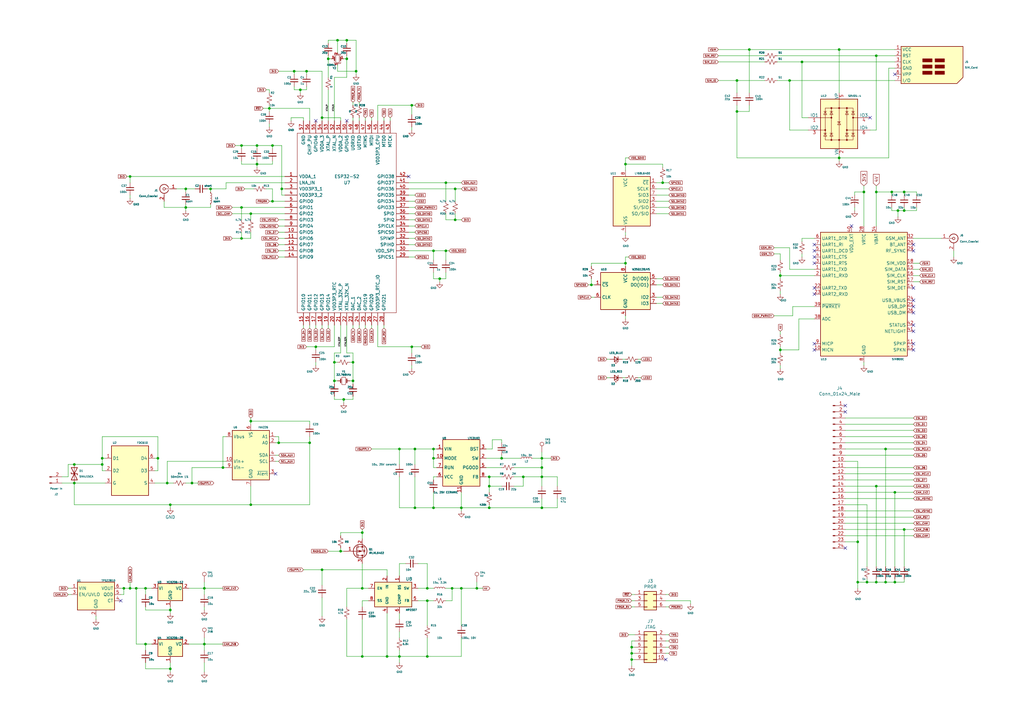
<source format=kicad_sch>
(kicad_sch (version 20230121) (generator eeschema)
  (paper "A3")
  (title_block (title "Remote Camera") (date "2020-11-19") (rev "1") (company "Elktown Labs."))
  (junction (at 168.91 43.18))
  (junction (at 148.59 241.3))
  (junction (at 170.18 184.15))
  (junction (at 30.48 190.5))
  (junction (at 222.25 187.96))
  (junction (at 144.78 148.59))
  (junction (at 359.41 78.74))
  (junction (at 328.93 25.4))
  (junction (at 41.91 190.5))
  (junction (at 367.03 201.93))
  (junction (at 140.97 163.83))
  (junction (at 105.41 67.31))
  (junction (at 189.23 208.28))
  (junction (at 351.79 222.25))
  (junction (at 50.8 241.3))
  (junction (at 200.66 208.28))
  (junction (at 163.83 269.24))
  (junction (at 132.08 233.68))
  (junction (at 99.06 97.79))
  (junction (at 359.41 199.39))
  (junction (at 148.59 269.24))
  (junction (at 302.26 45.72))
  (junction (at 105.41 59.69))
  (junction (at 256.54 107.95))
  (junction (at 125.73 29.21))
  (junction (at 180.34 114.3))
  (junction (at 83.82 264.16))
  (junction (at 69.85 207.01))
  (junction (at 344.17 20.32))
  (junction (at 163.83 184.15))
  (junction (at 134.62 24.13))
  (junction (at 200.66 195.58))
  (junction (at 214.63 195.58))
  (junction (at 242.57 116.84))
  (junction (at 222.25 195.58))
  (junction (at 259.08 270.51))
  (junction (at 127 181.61))
  (junction (at 69.85 250.19))
  (junction (at 78.74 198.12))
  (junction (at 259.08 265.43))
  (junction (at 222.25 191.77))
  (junction (at 59.69 241.3))
  (junction (at 138.43 16.51))
  (junction (at 182.88 74.93))
  (junction (at 110.49 44.45))
  (junction (at 146.05 29.21))
  (junction (at 83.82 241.3))
  (junction (at 170.18 208.28))
  (junction (at 158.75 269.24))
  (junction (at 177.8 184.15))
  (junction (at 195.58 241.3))
  (junction (at 175.26 246.38))
  (junction (at 355.6 238.76))
  (junction (at 177.8 187.96))
  (junction (at 359.41 238.76))
  (junction (at 320.04 113.03))
  (junction (at 205.74 187.96))
  (junction (at 189.23 241.3))
  (junction (at 76.2 77.47))
  (junction (at 359.41 22.86))
  (junction (at 363.22 238.76))
  (junction (at 120.65 29.21))
  (junction (at 123.19 36.83))
  (junction (at 102.87 207.01))
  (junction (at 68.58 198.12))
  (junction (at 129.54 142.24))
  (junction (at 307.34 20.32))
  (junction (at 175.26 269.24))
  (junction (at 177.8 102.87))
  (junction (at 177.8 208.28))
  (junction (at 111.76 59.69))
  (junction (at 132.08 48.26))
  (junction (at 76.2 85.09))
  (junction (at 114.3 181.61))
  (junction (at 144.78 156.21))
  (junction (at 53.34 72.39))
  (junction (at 115.57 77.47))
  (junction (at 367.03 238.76))
  (junction (at 271.78 74.93))
  (junction (at 185.42 241.3))
  (junction (at 368.3 86.36))
  (junction (at 168.91 142.24))
  (junction (at 302.26 33.02))
  (junction (at 370.84 86.36))
  (junction (at 137.16 156.21))
  (junction (at 91.44 191.77))
  (junction (at 200.66 199.39))
  (junction (at 102.87 87.63))
  (junction (at 142.24 24.13))
  (junction (at 256.54 67.31))
  (junction (at 175.26 241.3))
  (junction (at 351.79 238.76))
  (junction (at 69.85 274.32))
  (junction (at 365.76 78.74))
  (junction (at 370.84 217.17))
  (junction (at 41.91 187.96))
  (junction (at 30.48 198.12))
  (junction (at 222.25 208.28))
  (junction (at 111.76 82.55))
  (junction (at 137.16 148.59))
  (junction (at 102.87 172.72))
  (junction (at 320.04 143.51))
  (junction (at 354.33 78.74))
  (junction (at 182.88 102.87))
  (junction (at 59.69 264.16))
  (junction (at 55.88 241.3))
  (junction (at 99.06 85.09))
  (junction (at 186.69 77.47))
  (junction (at 99.06 59.69))
  (junction (at 64.77 187.96))
  (junction (at 148.59 218.44))
  (junction (at 363.22 184.15))
  (junction (at 344.17 64.77))
  (junction (at 53.34 241.3))
  (junction (at 186.69 90.17))
  (junction (at 259.08 267.97))
  (junction (at 323.85 33.02))
  (junction (at 370.84 78.74))
  (junction (at 86.36 77.47))
  (junction (at 139.7 226.06))
  (junction (at 142.24 16.51))
  (no_connect (at 167.64 72.39))
  (no_connect (at 142.24 49.53))
  (no_connect (at 374.65 125.73))
  (no_connect (at 334.01 102.87))
  (no_connect (at 374.65 102.87))
  (no_connect (at 334.01 143.51))
  (no_connect (at 349.25 92.71))
  (no_connect (at 113.03 194.31))
  (no_connect (at 346.71 168.91))
  (no_connect (at 334.01 120.65))
  (no_connect (at 273.05 270.51))
  (no_connect (at 334.01 105.41))
  (no_connect (at 374.65 140.97))
  (no_connect (at 374.65 123.19))
  (no_connect (at 374.65 128.27))
  (no_connect (at 374.65 135.89))
  (no_connect (at 334.01 140.97))
  (no_connect (at 49.53 246.38))
  (no_connect (at 356.87 48.26))
  (no_connect (at 367.03 30.48))
  (no_connect (at 374.65 118.11))
  (no_connect (at 374.65 143.51))
  (no_connect (at 334.01 118.11))
  (no_connect (at 374.65 100.33))
  (no_connect (at 374.65 133.35))
  (no_connect (at 334.01 107.95))
  (no_connect (at 346.71 166.37))
  (no_connect (at 334.01 100.33))
  (no_connect (at 129.54 49.53))
  (no_connect (at 346.71 224.79))
  (wire (pts (xy 374.65 110.49) (xy 377.19 110.49)))
  (wire (pts (xy 53.34 241.3) (xy 55.88 241.3)))
  (wire (pts (xy 346.71 171.45) (xy 374.65 171.45)))
  (wire (pts (xy 69.85 208.28) (xy 69.85 207.01)))
  (wire (pts (xy 147.32 49.53) (xy 147.32 48.26)))
  (wire (pts (xy 92.71 77.47) (xy 92.71 74.93)))
  (wire (pts (xy 363.22 184.15) (xy 374.65 184.15)))
  (wire (pts (xy 256.54 107.95) (xy 256.54 109.22)))
  (wire (pts (xy 259.08 246.38) (xy 260.35 246.38)))
  (wire (pts (xy 83.82 275.59) (xy 83.82 271.78)))
  (wire (pts (xy 142.24 16.51) (xy 146.05 16.51)))
  (wire (pts (xy 59.69 250.19) (xy 69.85 250.19)))
  (wire (pts (xy 114.3 181.61) (xy 114.3 179.07)))
  (wire (pts (xy 163.83 259.08) (xy 163.83 261.62)))
  (wire (pts (xy 63.5 198.12) (xy 68.58 198.12)))
  (wire (pts (xy 50.8 243.84) (xy 50.8 241.3)))
  (wire (pts (xy 375.92 86.36) (xy 375.92 85.09)))
  (wire (pts (xy 346.71 189.23) (xy 351.79 189.23)))
  (wire (pts (xy 354.33 78.74) (xy 354.33 92.71)))
  (wire (pts (xy 370.84 78.74) (xy 370.84 80.01)))
  (wire (pts (xy 177.8 196.85) (xy 177.8 195.58)))
  (wire (pts (xy 302.26 45.72) (xy 302.26 43.18)))
  (wire (pts (xy 30.48 190.5) (xy 27.94 190.5)))
  (wire (pts (xy 346.71 222.25) (xy 351.79 222.25)))
  (wire (pts (xy 114.3 179.07) (xy 113.03 179.07)))
  (wire (pts (xy 294.64 25.4) (xy 313.69 25.4)))
  (wire (pts (xy 129.54 143.51) (xy 129.54 142.24)))
  (wire (pts (xy 137.16 162.56) (xy 137.16 163.83)))
  (wire (pts (xy 132.08 233.68) (xy 158.75 233.68)))
  (wire (pts (xy 320.04 106.68) (xy 320.04 104.14)))
  (wire (pts (xy 144.78 163.83) (xy 140.97 163.83)))
  (wire (pts (xy 184.15 102.87) (xy 182.88 102.87)))
  (wire (pts (xy 359.41 22.86) (xy 367.03 22.86)))
  (wire (pts (xy 27.94 243.84) (xy 29.21 243.84)))
  (wire (pts (xy 115.57 80.01) (xy 115.57 77.47)))
  (wire (pts (xy 320.04 113.03) (xy 320.04 111.76)))
  (wire (pts (xy 242.57 114.3) (xy 242.57 116.84)))
  (wire (pts (xy 99.06 60.96) (xy 99.06 59.69)))
  (wire (pts (xy 199.39 187.96) (xy 205.74 187.96)))
  (wire (pts (xy 148.59 248.92) (xy 148.59 246.38)))
  (wire (pts (xy 365.76 86.36) (xy 368.3 86.36)))
  (wire (pts (xy 374.65 113.03) (xy 377.19 113.03)))
  (wire (pts (xy 170.18 190.5) (xy 170.18 184.15)))
  (wire (pts (xy 142.24 241.3) (xy 148.59 241.3)))
  (wire (pts (xy 167.64 87.63) (xy 170.18 87.63)))
  (wire (pts (xy 257.81 260.35) (xy 260.35 260.35)))
  (wire (pts (xy 142.24 31.75) (xy 137.16 31.75)))
  (wire (pts (xy 273.05 267.97) (xy 274.32 267.97)))
  (wire (pts (xy 189.23 241.3) (xy 195.58 241.3)))
  (wire (pts (xy 68.58 198.12) (xy 68.58 189.23)))
  (wire (pts (xy 346.71 179.07) (xy 374.65 179.07)))
  (wire (pts (xy 41.91 179.07) (xy 64.77 179.07)))
  (wire (pts (xy 370.84 86.36) (xy 375.92 86.36)))
  (wire (pts (xy 137.16 156.21) (xy 138.43 156.21)))
  (wire (pts (xy 256.54 64.77) (xy 257.81 64.77)))
  (wire (pts (xy 69.85 271.78) (xy 69.85 274.32)))
  (wire (pts (xy 365.76 78.74) (xy 359.41 78.74)))
  (wire (pts (xy 346.71 207.01) (xy 355.6 207.01)))
  (wire (pts (xy 273.05 262.89) (xy 274.32 262.89)))
  (wire (pts (xy 359.41 53.34) (xy 356.87 53.34)))
  (wire (pts (xy 189.23 209.55) (xy 189.23 208.28)))
  (wire (pts (xy 359.41 238.76) (xy 355.6 238.76)))
  (wire (pts (xy 111.76 67.31) (xy 105.41 67.31)))
  (wire (pts (xy 177.8 102.87) (xy 167.64 102.87)))
  (wire (pts (xy 199.39 195.58) (xy 200.66 195.58)))
  (wire (pts (xy 175.26 246.38) (xy 175.26 256.54)))
  (wire (pts (xy 354.33 78.74) (xy 350.52 78.74)))
  (wire (pts (xy 359.41 199.39) (xy 359.41 232.41)))
  (wire (pts (xy 323.85 110.49) (xy 334.01 110.49)))
  (wire (pts (xy 137.16 144.78) (xy 137.16 148.59)))
  (wire (pts (xy 69.85 250.19) (xy 69.85 251.46)))
  (wire (pts (xy 132.08 240.03) (xy 132.08 233.68)))
  (wire (pts (xy 271.78 67.31) (xy 256.54 67.31)))
  (wire (pts (xy 77.47 264.16) (xy 83.82 264.16)))
  (wire (pts (xy 365.76 78.74) (xy 370.84 78.74)))
  (wire (pts (xy 110.49 45.72) (xy 110.49 44.45)))
  (wire (pts (xy 320.04 135.89) (xy 320.04 137.16)))
  (wire (pts (xy 320.04 142.24) (xy 320.04 143.51)))
  (wire (pts (xy 55.88 241.3) (xy 59.69 241.3)))
  (wire (pts (xy 170.18 184.15) (xy 177.8 184.15)))
  (wire (pts (xy 76.2 77.47) (xy 80.01 77.47)))
  (wire (pts (xy 260.35 267.97) (xy 259.08 267.97)))
  (wire (pts (xy 102.87 172.72) (xy 127 172.72)))
  (wire (pts (xy 346.71 204.47) (xy 374.65 204.47)))
  (wire (pts (xy 363.22 237.49) (xy 363.22 238.76)))
  (wire (pts (xy 259.08 270.51) (xy 259.08 273.05)))
  (wire (pts (xy 228.6 208.28) (xy 222.25 208.28)))
  (wire (pts (xy 144.78 43.18) (xy 144.78 41.91)))
  (wire (pts (xy 30.48 190.5) (xy 41.91 190.5)))
  (wire (pts (xy 354.33 148.59) (xy 354.33 149.86)))
  (wire (pts (xy 55.88 241.3) (xy 55.88 264.16)))
  (wire (pts (xy 256.54 154.94) (xy 255.27 154.94)))
  (wire (pts (xy 200.66 195.58) (xy 205.74 195.58)))
  (wire (pts (xy 186.69 90.17) (xy 189.23 90.17)))
  (wire (pts (xy 120.65 30.48) (xy 120.65 29.21)))
  (wire (pts (xy 132.08 29.21) (xy 132.08 48.26)))
  (wire (pts (xy 41.91 187.96) (xy 43.18 187.96)))
  (wire (pts (xy 210.82 195.58) (xy 214.63 195.58)))
  (wire (pts (xy 49.53 243.84) (xy 50.8 243.84)))
  (wire (pts (xy 351.79 222.25) (xy 351.79 238.76)))
  (wire (pts (xy 185.42 241.3) (xy 182.88 241.3)))
  (wire (pts (xy 91.44 191.77) (xy 92.71 191.77)))
  (wire (pts (xy 170.18 208.28) (xy 177.8 208.28)))
  (wire (pts (xy 179.07 187.96) (xy 177.8 187.96)))
  (wire (pts (xy 158.75 251.46) (xy 158.75 269.24)))
  (wire (pts (xy 294.64 22.86) (xy 313.69 22.86)))
  (wire (pts (xy 99.06 59.69) (xy 105.41 59.69)))
  (wire (pts (xy 102.87 90.17) (xy 102.87 87.63)))
  (wire (pts (xy 375.92 78.74) (xy 375.92 80.01)))
  (wire (pts (xy 346.71 219.71) (xy 374.65 219.71)))
  (wire (pts (xy 167.64 85.09) (xy 170.18 85.09)))
  (wire (pts (xy 144.78 49.53) (xy 144.78 48.26)))
  (wire (pts (xy 148.59 218.44) (xy 148.59 220.98)))
  (wire (pts (xy 99.06 67.31) (xy 105.41 67.31)))
  (wire (pts (xy 139.7 218.44) (xy 148.59 218.44)))
  (wire (pts (xy 41.91 190.5) (xy 41.91 187.96)))
  (wire (pts (xy 248.92 154.94) (xy 250.19 154.94)))
  (wire (pts (xy 177.8 208.28) (xy 189.23 208.28)))
  (wire (pts (xy 148.59 269.24) (xy 158.75 269.24)))
  (wire (pts (xy 364.49 27.94) (xy 364.49 64.77)))
  (wire (pts (xy 175.26 269.24) (xy 189.23 269.24)))
  (wire (pts (xy 186.69 82.55) (xy 186.69 77.47)))
  (wire (pts (xy 256.54 96.52) (xy 256.54 95.25)))
  (wire (pts (xy 64.77 179.07) (xy 64.77 187.96)))
  (wire (pts (xy 167.64 100.33) (xy 170.18 100.33)))
  (wire (pts (xy 109.22 77.47) (xy 111.76 77.47)))
  (wire (pts (xy 374.65 97.79) (xy 386.08 97.79)))
  (wire (pts (xy 228.6 204.47) (xy 228.6 208.28)))
  (wire (pts (xy 320.04 151.13) (xy 320.04 149.86)))
  (wire (pts (xy 30.48 198.12) (xy 43.18 198.12)))
  (wire (pts (xy 113.03 181.61) (xy 114.3 181.61)))
  (wire (pts (xy 328.93 99.06) (xy 328.93 97.79)))
  (wire (pts (xy 367.03 238.76) (xy 370.84 238.76)))
  (wire (pts (xy 359.41 78.74) (xy 359.41 92.71)))
  (wire (pts (xy 53.34 72.39) (xy 116.84 72.39)))
  (wire (pts (xy 83.82 264.16) (xy 83.82 261.62)))
  (wire (pts (xy 99.06 90.17) (xy 99.06 85.09)))
  (wire (pts (xy 269.24 114.3) (xy 271.78 114.3)))
  (wire (pts (xy 274.32 243.84) (xy 273.05 243.84)))
  (wire (pts (xy 259.08 265.43) (xy 259.08 267.97)))
  (wire (pts (xy 307.34 38.1) (xy 307.34 20.32)))
  (wire (pts (xy 127 173.99) (xy 127 172.72)))
  (wire (pts (xy 365.76 86.36) (xy 365.76 85.09)))
  (wire (pts (xy 138.43 29.21) (xy 138.43 26.67)))
  (wire (pts (xy 27.94 241.3) (xy 29.21 241.3)))
  (wire (pts (xy 359.41 237.49) (xy 359.41 238.76)))
  (wire (pts (xy 273.05 248.92) (xy 274.32 248.92)))
  (wire (pts (xy 334.01 125.73) (xy 325.12 125.73)))
  (wire (pts (xy 346.71 201.93) (xy 367.03 201.93)))
  (wire (pts (xy 127 134.62) (xy 127 133.35)))
  (wire (pts (xy 83.82 264.16) (xy 91.44 264.16)))
  (wire (pts (xy 160.02 49.53) (xy 160.02 48.26)))
  (wire (pts (xy 359.41 199.39) (xy 374.65 199.39)))
  (wire (pts (xy 271.78 74.93) (xy 274.32 74.93)))
  (wire (pts (xy 170.18 90.17) (xy 167.64 90.17)))
  (wire (pts (xy 344.17 38.1) (xy 344.17 20.32)))
  (wire (pts (xy 113.03 189.23) (xy 114.3 189.23)))
  (wire (pts (xy 346.71 194.31) (xy 374.65 194.31)))
  (wire (pts (xy 260.35 265.43) (xy 259.08 265.43)))
  (wire (pts (xy 69.85 207.01) (xy 30.48 207.01)))
  (wire (pts (xy 139.7 219.71) (xy 139.7 218.44)))
  (wire (pts (xy 158.75 236.22) (xy 158.75 233.68)))
  (wire (pts (xy 144.78 133.35) (xy 144.78 134.62)))
  (wire (pts (xy 201.93 184.15) (xy 201.93 180.34)))
  (wire (pts (xy 328.93 105.41) (xy 328.93 104.14)))
  (wire (pts (xy 139.7 226.06) (xy 134.62 226.06)))
  (wire (pts (xy 129.54 149.86) (xy 129.54 148.59)))
  (wire (pts (xy 242.57 109.22) (xy 242.57 107.95)))
  (wire (pts (xy 168.91 53.34) (xy 168.91 52.07)))
  (wire (pts (xy 59.69 243.84) (xy 59.69 241.3)))
  (wire (pts (xy 167.64 105.41) (xy 170.18 105.41)))
  (wire (pts (xy 168.91 151.13) (xy 168.91 149.86)))
  (wire (pts (xy 200.66 208.28) (xy 200.66 207.01)))
  (wire (pts (xy 91.44 179.07) (xy 91.44 191.77)))
  (wire (pts (xy 177.8 195.58) (xy 179.07 195.58)))
  (wire (pts (xy 76.2 85.09) (xy 76.2 83.82)))
  (wire (pts (xy 119.38 48.26) (xy 124.46 48.26)))
  (wire (pts (xy 346.71 181.61) (xy 374.65 181.61)))
  (wire (pts (xy 374.65 115.57) (xy 377.19 115.57)))
  (wire (pts (xy 346.71 196.85) (xy 374.65 196.85)))
  (wire (pts (xy 137.16 142.24) (xy 129.54 142.24)))
  (wire (pts (xy 344.17 66.04) (xy 344.17 64.77)))
  (wire (pts (xy 142.24 254) (xy 142.24 269.24)))
  (wire (pts (xy 200.66 208.28) (xy 222.25 208.28)))
  (wire (pts (xy 259.08 248.92) (xy 260.35 248.92)))
  (wire (pts (xy 163.83 184.15) (xy 170.18 184.15)))
  (wire (pts (xy 177.8 111.76) (xy 177.8 114.3)))
  (wire (pts (xy 170.18 195.58) (xy 170.18 208.28)))
  (wire (pts (xy 138.43 16.51) (xy 142.24 16.51)))
  (wire (pts (xy 320.04 114.3) (xy 320.04 113.03)))
  (wire (pts (xy 163.83 269.24) (xy 158.75 269.24)))
  (wire (pts (xy 170.18 95.25) (xy 167.64 95.25)))
  (wire (pts (xy 171.45 231.14) (xy 175.26 231.14)))
  (wire (pts (xy 200.66 201.93) (xy 200.66 199.39)))
  (wire (pts (xy 53.34 81.28) (xy 53.34 80.01)))
  (wire (pts (xy 125.73 30.48) (xy 125.73 29.21)))
  (wire (pts (xy 269.24 80.01) (xy 274.32 80.01)))
  (wire (pts (xy 142.24 31.75) (xy 142.24 24.13)))
  (wire (pts (xy 86.36 77.47) (xy 92.71 77.47)))
  (wire (pts (xy 273.05 260.35) (xy 274.32 260.35)))
  (wire (pts (xy 334.01 113.03) (xy 320.04 113.03)))
  (wire (pts (xy 157.48 133.35) (xy 157.48 134.62)))
  (wire (pts (xy 167.64 92.71) (xy 170.18 92.71)))
  (wire (pts (xy 182.88 114.3) (xy 180.34 114.3)))
  (wire (pts (xy 323.85 101.6) (xy 323.85 110.49)))
  (wire (pts (xy 146.05 30.48) (xy 146.05 29.21)))
  (wire (pts (xy 95.25 85.09) (xy 99.06 85.09)))
  (wire (pts (xy 214.63 195.58) (xy 222.25 195.58)))
  (wire (pts (xy 50.8 241.3) (xy 53.34 241.3)))
  (wire (pts (xy 132.08 48.26) (xy 132.08 49.53)))
  (wire (pts (xy 142.24 24.13) (xy 140.97 24.13)))
  (wire (pts (xy 327.66 130.81) (xy 327.66 143.51)))
  (wire (pts (xy 137.16 133.35) (xy 137.16 142.24)))
  (wire (pts (xy 68.58 198.12) (xy 71.12 198.12)))
  (wire (pts (xy 323.85 53.34) (xy 323.85 33.02)))
  (wire (pts (xy 152.4 134.62) (xy 152.4 133.35)))
  (wire (pts (xy 83.82 264.16) (xy 83.82 266.7)))
  (wire (pts (xy 367.03 201.93) (xy 374.65 201.93)))
  (wire (pts (xy 59.69 250.19) (xy 59.69 248.92)))
  (wire (pts (xy 307.34 43.18) (xy 307.34 45.72)))
  (wire (pts (xy 102.87 171.45) (xy 102.87 172.72)))
  (wire (pts (xy 344.17 20.32) (xy 367.03 20.32)))
  (wire (pts (xy 148.59 231.14) (xy 148.59 241.3)))
  (wire (pts (xy 317.5 129.54) (xy 325.12 129.54)))
  (wire (pts (xy 146.05 29.21) (xy 138.43 29.21)))
  (wire (pts (xy 346.71 191.77) (xy 374.65 191.77)))
  (wire (pts (xy 111.76 82.55) (xy 116.84 82.55)))
  (wire (pts (xy 368.3 88.9) (xy 368.3 86.36)))
  (wire (pts (xy 241.3 116.84) (xy 242.57 116.84)))
  (wire (pts (xy 86.36 77.47) (xy 86.36 78.74)))
  (wire (pts (xy 120.65 36.83) (xy 123.19 36.83)))
  (wire (pts (xy 68.58 189.23) (xy 92.71 189.23)))
  (wire (pts (xy 152.4 184.15) (xy 163.83 184.15)))
  (wire (pts (xy 302.26 45.72) (xy 307.34 45.72)))
  (wire (pts (xy 346.71 173.99) (xy 374.65 173.99)))
  (wire (pts (xy 139.7 144.78) (xy 139.7 133.35)))
  (wire (pts (xy 163.83 269.24) (xy 175.26 269.24)))
  (wire (pts (xy 163.83 231.14) (xy 166.37 231.14)))
  (wire (pts (xy 177.8 184.15) (xy 179.07 184.15)))
  (wire (pts (xy 148.59 254) (xy 148.59 269.24)))
  (wire (pts (xy 302.26 33.02) (xy 313.69 33.02)))
  (wire (pts (xy 346.71 214.63) (xy 374.65 214.63)))
  (wire (pts (xy 328.93 25.4) (xy 367.03 25.4)))
  (wire (pts (xy 83.82 250.19) (xy 83.82 248.92)))
  (wire (pts (xy 138.43 21.59) (xy 138.43 16.51)))
  (wire (pts (xy 138.43 16.51) (xy 134.62 16.51)))
  (wire (pts (xy 67.31 82.55) (xy 67.31 85.09)))
  (wire (pts (xy 182.88 74.93) (xy 182.88 82.55)))
  (wire (pts (xy 142.24 144.78) (xy 142.24 133.35)))
  (wire (pts (xy 200.66 199.39) (xy 200.66 195.58)))
  (wire (pts (xy 144.78 156.21) (xy 144.78 157.48)))
  (wire (pts (xy 120.65 29.21) (xy 125.73 29.21)))
  (wire (pts (xy 92.71 74.93) (xy 116.84 74.93)))
  (wire (pts (xy 222.25 191.77) (xy 222.25 195.58)))
  (wire (pts (xy 256.54 67.31) (xy 256.54 64.77)))
  (wire (pts (xy 242.57 116.84) (xy 243.84 116.84)))
  (wire (pts (xy 59.69 266.7) (xy 59.69 264.16)))
  (wire (pts (xy 95.25 87.63) (xy 102.87 87.63)))
  (wire (pts (xy 149.86 134.62) (xy 149.86 133.35)))
  (wire (pts (xy 359.41 76.2) (xy 359.41 78.74)))
  (wire (pts (xy 114.3 105.41) (xy 116.84 105.41)))
  (wire (pts (xy 195.58 241.3) (xy 198.12 241.3)))
  (wire (pts (xy 114.3 100.33) (xy 116.84 100.33)))
  (wire (pts (xy 323.85 33.02) (xy 367.03 33.02)))
  (wire (pts (xy 102.87 87.63) (xy 116.84 87.63)))
  (wire (pts (xy 102.87 207.01) (xy 127 207.01)))
  (wire (pts (xy 248.92 147.32) (xy 250.19 147.32)))
  (wire (pts (xy 199.39 184.15) (xy 201.93 184.15)))
  (wire (pts (xy 261.62 147.32) (xy 262.89 147.32)))
  (wire (pts (xy 120.65 35.56) (xy 120.65 36.83)))
  (wire (pts (xy 76.2 85.09) (xy 76.2 86.36)))
  (wire (pts (xy 346.71 184.15) (xy 363.22 184.15)))
  (wire (pts (xy 318.77 33.02) (xy 323.85 33.02)))
  (wire (pts (xy 69.85 248.92) (xy 69.85 250.19)))
  (wire (pts (xy 320.04 104.14) (xy 317.5 104.14)))
  (wire (pts (xy 63.5 193.04) (xy 64.77 193.04)))
  (wire (pts (xy 350.52 78.74) (xy 350.52 80.01)))
  (wire (pts (xy 180.34 115.57) (xy 180.34 114.3)))
  (wire (pts (xy 114.3 29.21) (xy 120.65 29.21)))
  (wire (pts (xy 102.87 95.25) (xy 102.87 97.79)))
  (wire (pts (xy 186.69 90.17) (xy 182.88 90.17)))
  (wire (pts (xy 167.64 74.93) (xy 182.88 74.93)))
  (wire (pts (xy 370.84 232.41) (xy 370.84 217.17)))
  (wire (pts (xy 99.06 97.79) (xy 95.25 97.79)))
  (wire (pts (xy 189.23 208.28) (xy 200.66 208.28)))
  (wire (pts (xy 62.23 264.16) (xy 59.69 264.16)))
  (wire (pts (xy 294.64 33.02) (xy 302.26 33.02)))
  (wire (pts (xy 228.6 199.39) (xy 228.6 195.58)))
  (wire (pts (xy 363.22 238.76) (xy 367.03 238.76)))
  (wire (pts (xy 273.05 265.43) (xy 274.32 265.43)))
  (wire (pts (xy 110.49 82.55) (xy 111.76 82.55)))
  (wire (pts (xy 163.83 271.78) (xy 163.83 269.24)))
  (wire (pts (xy 127 181.61) (xy 127 179.07)))
  (wire (pts (xy 142.24 16.51) (xy 142.24 17.78)))
  (wire (pts (xy 116.84 102.87) (xy 114.3 102.87)))
  (wire (pts (xy 331.47 53.34) (xy 323.85 53.34)))
  (wire (pts (xy 41.91 187.96) (xy 41.91 179.07)))
  (wire (pts (xy 76.2 78.74) (xy 76.2 77.47)))
  (wire (pts (xy 364.49 27.94) (xy 367.03 27.94)))
  (wire (pts (xy 111.76 59.69) (xy 115.57 59.69)))
  (wire (pts (xy 214.63 199.39) (xy 214.63 195.58)))
  (wire (pts (xy 76.2 198.12) (xy 78.74 198.12)))
  (wire (pts (xy 351.79 189.23) (xy 351.79 222.25)))
  (wire (pts (xy 110.49 52.07) (xy 110.49 50.8)))
  (wire (pts (xy 199.39 191.77) (xy 205.74 191.77)))
  (wire (pts (xy 139.7 224.79) (xy 139.7 226.06)))
  (wire (pts (xy 146.05 16.51) (xy 146.05 29.21)))
  (wire (pts (xy 346.71 186.69) (xy 374.65 186.69)))
  (wire (pts (xy 27.94 190.5) (xy 27.94 195.58)))
  (wire (pts (xy 210.82 191.77) (xy 222.25 191.77)))
  (wire (pts (xy 269.24 77.47) (xy 274.32 77.47)))
  (wire (pts (xy 134.62 31.75) (xy 134.62 24.13)))
  (wire (pts (xy 114.3 95.25) (xy 116.84 95.25)))
  (wire (pts (xy 318.77 25.4) (xy 328.93 25.4)))
  (wire (pts (xy 168.91 43.18) (xy 170.18 43.18)))
  (wire (pts (xy 119.38 49.53) (xy 119.38 48.26)))
  (wire (pts (xy 182.88 246.38) (xy 185.42 246.38)))
  (wire (pts (xy 210.82 199.39) (xy 214.63 199.39)))
  (wire (pts (xy 154.94 142.24) (xy 168.91 142.24)))
  (wire (pts (xy 78.74 198.12) (xy 81.28 198.12)))
  (wire (pts (xy 64.77 187.96) (xy 63.5 187.96)))
  (wire (pts (xy 168.91 43.18) (xy 168.91 46.99)))
  (wire (pts (xy 168.91 142.24) (xy 172.72 142.24)))
  (wire (pts (xy 43.18 193.04) (xy 41.91 193.04)))
  (wire (pts (xy 129.54 142.24) (xy 125.73 142.24)))
  (wire (pts (xy 129.54 134.62) (xy 129.54 133.35)))
  (wire (pts (xy 370.84 86.36) (xy 370.84 85.09)))
  (wire (pts (xy 370.84 78.74) (xy 375.92 78.74)))
  (wire (pts (xy 359.41 22.86) (xy 359.41 53.34)))
  (wire (pts (xy 175.26 241.3) (xy 177.8 241.3)))
  (wire (pts (xy 144.78 148.59) (xy 143.51 148.59)))
  (wire (pts (xy 134.62 134.62) (xy 134.62 133.35)))
  (wire (pts (xy 318.77 22.86) (xy 359.41 22.86)))
  (wire (pts (xy 182.88 111.76) (xy 182.88 114.3)))
  (wire (pts (xy 115.57 59.69) (xy 115.57 77.47)))
  (wire (pts (xy 328.93 97.79) (xy 334.01 97.79)))
  (wire (pts (xy 30.48 198.12) (xy 30.48 207.01)))
  (wire (pts (xy 30.48 198.12) (xy 25.4 198.12)))
  (wire (pts (xy 134.62 16.51) (xy 134.62 17.78)))
  (wire (pts (xy 99.06 67.31) (xy 99.06 66.04)))
  (wire (pts (xy 137.16 148.59) (xy 137.16 156.21)))
  (wire (pts (xy 104.14 77.47) (xy 100.33 77.47)))
  (wire (pts (xy 177.8 191.77) (xy 177.8 187.96)))
  (wire (pts (xy 144.78 144.78) (xy 142.24 144.78)))
  (wire (pts (xy 355.6 238.76) (xy 351.79 238.76)))
  (wire (pts (xy 114.3 90.17) (xy 116.84 90.17)))
  (wire (pts (xy 139.7 226.06) (xy 140.97 226.06)))
  (wire (pts (xy 163.83 251.46) (xy 163.83 254)))
  (wire (pts (xy 261.62 154.94) (xy 262.89 154.94)))
  (wire (pts (xy 105.41 68.58) (xy 105.41 67.31)))
  (wire (pts (xy 175.26 246.38) (xy 177.8 246.38)))
  (wire (pts (xy 105.41 59.69) (xy 111.76 59.69)))
  (wire (pts (xy 351.79 238.76) (xy 351.79 241.3)))
  (wire (pts (xy 59.69 274.32) (xy 69.85 274.32)))
  (wire (pts (xy 132.08 245.11) (xy 132.08 252.73)))
  (wire (pts (xy 171.45 246.38) (xy 175.26 246.38)))
  (wire (pts (xy 273.05 246.38) (xy 283.21 246.38)))
  (wire (pts (xy 222.25 187.96) (xy 222.25 191.77)))
  (wire (pts (xy 91.44 179.07) (xy 92.71 179.07)))
  (wire (pts (xy 367.03 232.41) (xy 367.03 201.93)))
  (wire (pts (xy 147.32 43.18) (xy 147.32 41.91)))
  (wire (pts (xy 83.82 241.3) (xy 91.44 241.3)))
  (wire (pts (xy 243.84 121.92) (xy 242.57 121.92)))
  (wire (pts (xy 102.87 173.99) (xy 102.87 172.72)))
  (wire (pts (xy 83.82 241.3) (xy 83.82 243.84)))
  (wire (pts (xy 344.17 64.77) (xy 302.26 64.77)))
  (wire (pts (xy 137.16 157.48) (xy 137.16 156.21)))
  (wire (pts (xy 355.6 237.49) (xy 355.6 238.76)))
  (wire (pts (xy 123.19 38.1) (xy 123.19 36.83)))
  (wire (pts (xy 317.5 101.6) (xy 323.85 101.6)))
  (wire (pts (xy 148.59 241.3) (xy 151.13 241.3)))
  (wire (pts (xy 116.84 80.01) (xy 115.57 80.01)))
  (wire (pts (xy 77.47 241.3) (xy 83.82 241.3)))
  (wire (pts (xy 125.73 29.21) (xy 132.08 29.21)))
  (wire (pts (xy 302.26 64.77) (xy 302.26 45.72)))
  (wire (pts (xy 344.17 64.77) (xy 364.49 64.77)))
  (wire (pts (xy 222.25 187.96) (xy 226.06 187.96)))
  (wire (pts (xy 205.74 187.96) (xy 213.36 187.96)))
  (wire (pts (xy 102.87 97.79) (xy 99.06 97.79)))
  (wire (pts (xy 363.22 184.15) (xy 363.22 232.41)))
  (wire (pts (xy 269.24 87.63) (xy 274.32 87.63)))
  (wire (pts (xy 185.42 246.38) (xy 185.42 241.3)))
  (wire (pts (xy 189.23 261.62) (xy 189.23 269.24)))
  (wire (pts (xy 59.69 241.3) (xy 62.23 241.3)))
  (wire (pts (xy 69.85 275.59) (xy 69.85 274.32)))
  (wire (pts (xy 391.16 105.41) (xy 391.16 102.87)))
  (wire (pts (xy 259.08 270.51) (xy 260.35 270.51)))
  (wire (pts (xy 137.16 49.53) (xy 137.16 31.75)))
  (wire (pts (xy 110.49 36.83) (xy 109.22 36.83)))
  (wire (pts (xy 365.76 78.74) (xy 365.76 80.01)))
  (wire (pts (xy 179.07 191.77) (xy 177.8 191.77)))
  (wire (pts (xy 142.24 248.92) (xy 142.24 241.3)))
  (wire (pts (xy 189.23 201.93) (xy 189.23 208.28)))
  (wire (pts (xy 256.54 67.31) (xy 256.54 69.85)))
  (wire (pts (xy 256.54 147.32) (xy 255.27 147.32)))
  (wire (pts (xy 114.3 181.61) (xy 127 181.61)))
  (wire (pts (xy 259.08 262.89) (xy 259.08 265.43)))
  (wire (pts (xy 350.52 86.36) (xy 350.52 85.09)))
  (wire (pts (xy 222.25 195.58) (xy 222.25 199.39)))
  (wire (pts (xy 111.76 60.96) (xy 111.76 59.69)))
  (wire (pts (xy 195.58 238.76) (xy 195.58 241.3)))
  (wire (pts (xy 302.26 38.1) (xy 302.26 33.02)))
  (wire (pts (xy 163.83 195.58) (xy 163.83 208.28)))
  (wire (pts (xy 320.04 143.51) (xy 320.04 144.78)))
  (wire (pts (xy 125.73 36.83) (xy 125.73 35.56)))
  (wire (pts (xy 111.76 66.04) (xy 111.76 67.31)))
  (wire (pts (xy 367.03 238.76) (xy 367.03 237.49)))
  (wire (pts (xy 144.78 148.59) (xy 144.78 144.78)))
  (wire (pts (xy 163.83 266.7) (xy 163.83 269.24)))
  (wire (pts (xy 114.3 97.79) (xy 116.84 97.79)))
  (wire (pts (xy 139.7 49.53) (xy 139.7 48.26)))
  (wire (pts (xy 346.71 217.17) (xy 370.84 217.17)))
  (wire (pts (xy 144.78 148.59) (xy 144.78 156.21)))
  (wire (pts (xy 205.74 180.34) (xy 205.74 181.61)))
  (wire (pts (xy 320.04 120.65) (xy 320.04 119.38)))
  (wire (pts (xy 78.74 191.77) (xy 91.44 191.77)))
  (wire (pts (xy 189.23 256.54) (xy 189.23 241.3)))
  (wire (pts (xy 148.59 217.17) (xy 148.59 218.44)))
  (wire (pts (xy 346.71 212.09) (xy 374.65 212.09)))
  (wire (pts (xy 256.54 105.41) (xy 256.54 107.95)))
  (wire (pts (xy 142.24 22.86) (xy 142.24 24.13)))
  (wire (pts (xy 124.46 48.26) (xy 124.46 49.53)))
  (wire (pts (xy 114.3 92.71) (xy 116.84 92.71)))
  (wire (pts (xy 331.47 48.26) (xy 328.93 48.26)))
  (wire (pts (xy 370.84 217.17) (xy 374.65 217.17)))
  (wire (pts (xy 143.51 156.21) (xy 144.78 156.21)))
  (wire (pts (xy 177.8 201.93) (xy 177.8 208.28)))
  (wire (pts (xy 105.41 67.31) (xy 105.41 66.04)))
  (wire (pts (xy 154.94 133.35) (xy 154.94 142.24)))
  (wire (pts (xy 76.2 85.09) (xy 67.31 85.09)))
  (wire (pts (xy 175.26 231.14) (xy 175.26 241.3)))
  (wire (pts (xy 113.03 186.69) (xy 114.3 186.69)))
  (wire (pts (xy 170.18 82.55) (xy 167.64 82.55)))
  (wire (pts (xy 370.84 238.76) (xy 370.84 237.49)))
  (wire (pts (xy 163.83 208.28) (xy 170.18 208.28)))
  (wire (pts (xy 149.86 49.53) (xy 149.86 48.26)))
  (wire (pts (xy 138.43 148.59) (xy 137.16 148.59)))
  (wire (pts (xy 140.97 165.1) (xy 140.97 163.83)))
  (wire (pts (xy 177.8 114.3) (xy 180.34 114.3)))
  (wire (pts (xy 147.32 134.62) (xy 147.32 133.35)))
  (wire (pts (xy 27.94 195.58) (xy 25.4 195.58)))
  (wire (pts (xy 269.24 121.92) (xy 271.78 121.92)))
  (wire (pts (xy 271.78 74.93) (xy 271.78 73.66)))
  (wire (pts (xy 142.24 269.24) (xy 148.59 269.24)))
  (wire (pts (xy 363.22 238.76) (xy 359.41 238.76)))
  (wire (pts (xy 110.49 44.45) (xy 110.49 43.18)))
  (wire (pts (xy 242.57 107.95) (xy 256.54 107.95)))
  (wire (pts (xy 83.82 241.3) (xy 83.82 238.76)))
  (wire (pts (xy 175.26 261.62) (xy 175.26 269.24)))
  (wire (pts (xy 182.88 102.87) (xy 177.8 102.87)))
  (wire (pts (xy 346.71 176.53) (xy 374.65 176.53)))
  (wire (pts (xy 171.45 241.3) (xy 175.26 241.3)))
  (wire (pts (xy 157.48 49.53) (xy 157.48 48.26)))
  (wire (pts (xy 64.77 193.04) (xy 64.77 187.96)))
  (wire (pts (xy 154.94 43.18) (xy 168.91 43.18)))
  (wire (pts (xy 72.39 77.47) (xy 76.2 77.47)))
  (wire (pts (xy 269.24 85.09) (xy 274.32 85.09)))
  (wire (pts (xy 59.69 271.78) (xy 59.69 274.32)))
  (wire (pts (xy 182.88 106.68) (xy 182.88 102.87)))
  (wire (pts (xy 186.69 77.47) (xy 189.23 77.47)))
  (wire (pts (xy 134.62 49.53) (xy 134.62 36.83)))
  (wire (pts (xy 144.78 162.56) (xy 144.78 163.83)))
  (wire (pts (xy 256.54 105.41) (xy 257.81 105.41)))
  (wire (pts (xy 182.88 87.63) (xy 182.88 90.17)))
  (wire (pts (xy 294.64 20.32) (xy 307.34 20.32)))
  (wire (pts (xy 354.33 76.2) (xy 354.33 78.74)))
  (wire (pts (xy 346.71 209.55) (xy 374.65 209.55)))
  (wire (pts (xy 137.16 163.83) (xy 140.97 163.83)))
  (wire (pts (xy 222.25 204.47) (xy 222.25 208.28)))
  (wire (pts (xy 374.65 107.95) (xy 377.19 107.95)))
  (wire (pts (xy 218.44 187.96) (xy 222.25 187.96)))
  (wire (pts (xy 132.08 134.62) (xy 132.08 133.35)))
  (wire (pts (xy 167.64 77.47) (xy 186.69 77.47)))
  (wire (pts (xy 346.71 199.39) (xy 359.41 199.39)))
  (wire (pts (xy 185.42 241.3) (xy 189.23 241.3)))
  (wire (pts (xy 76.2 85.09) (xy 86.36 85.09)))
  (wire (pts (xy 107.95 44.45) (xy 110.49 44.45)))
  (wire (pts (xy 123.19 36.83) (xy 125.73 36.83)))
  (wire (pts (xy 334.01 130.81) (xy 327.66 130.81)))
  (wire (pts (xy 111.76 77.47) (xy 111.76 82.55)))
  (wire (pts (xy 105.41 60.96) (xy 105.41 59.69)))
  (wire (pts (xy 222.25 187.96) (xy 222.25 185.42)))
  (wire (pts (xy 85.09 77.47) (xy 86.36 77.47)))
  (wire (pts (xy 53.34 74.93) (xy 53.34 72.39)))
  (wire (pts (xy 139.7 48.26) (xy 132.08 48.26)))
  (wire (pts (xy 53.34 241.3) (xy 53.34 238.76)))
  (wire (pts (xy 124.46 134.62) (xy 124.46 133.35)))
  (wire (pts (xy 49.53 241.3) (xy 50.8 241.3)))
  (wire (pts (xy 355.6 232.41) (xy 355.6 207.01)))
  (wire (pts (xy 271.78 124.46) (xy 269.24 124.46)))
  (wire (pts (xy 205.74 180.34) (xy 201.93 180.34)))
  (wire (pts (xy 39.37 254) (xy 39.37 252.73)))
  (wire (pts (xy 260.35 262.89) (xy 259.08 262.89)))
  (wire (pts (xy 177.8 106.68) (xy 177.8 102.87)))
  (wire (pts (xy 170.18 80.01) (xy 167.64 80.01)))
  (wire (pts (xy 163.83 190.5) (xy 163.83 184.15)))
  (wire (pts (xy 99.06 95.25) (xy 99.06 97.79)))
  (wire (pts (xy 205.74 186.69) (xy 205.74 187.96)))
  (wire (pts (xy 135.89 24.13) (xy 134.62 24.13)))
  (wire (pts (xy 52.07 72.39) (xy 53.34 72.39)))
  (wire (pts (xy 271.78 116.84) (xy 269.24 116.84)))
  (wire (pts (xy 99.06 85.09) (xy 116.84 85.09)))
  (wire (pts (xy 186.69 87.63) (xy 186.69 90.17)))
  (wire (pts (xy 327.66 143.51) (xy 320.04 143.51)))
  (wire (pts (xy 124.46 233.68) (xy 132.08 233.68)))
  (wire (pts (xy 99.06 59.69) (xy 96.52 59.69)))
  (wire (pts (xy 78.74 198.12) (xy 78.74 191.77)))
  (wire (pts (xy 163.83 236.22) (xy 163.83 231.14)))
  (wire (pts (xy 69.85 207.01) (xy 102.87 207.01)))
  (wire (pts (xy 110.49 44.45) (xy 127 44.45)))
  (wire (pts (xy 328.93 25.4) (xy 328.93 48.26)))
  (wire (pts (xy 325.12 125.73) (xy 325.12 129.54)))
  (wire (pts (xy 256.54 130.81) (xy 256.54 129.54)))
  (wire (pts (xy 154.94 43.18) (xy 154.94 49.53)))
  (wire (pts (xy 200.66 199.39) (xy 205.74 199.39)))
  (wire (pts (xy 152.4 49.53) (xy 152.4 48.26)))
  (wire (pts (xy 41.91 193.04) (xy 41.91 190.5)))
  (wire (pts (xy 139.7 144.78) (xy 137.16 144.78)))
  (wire (pts (xy 259.08 267.97) (xy 259.08 270.51)))
  (wire (pts (xy 228.6 195.58) (xy 222.25 195.58)))
  (wire (pts (xy 134.62 24.13) (xy 134.62 22.86)))
  (wire (pts (xy 271.78 67.31) (xy 271.78 68.58)))
  (wire (pts (xy 148.59 246.38) (xy 151.13 246.38)))
  (wire (pts (xy 115.57 77.47) (xy 116.84 77.47)))
  (wire (pts (xy 127 181.61) (xy 127 207.01)))
  (wire (pts (xy 177.8 187.96) (xy 177.8 184.15)))
  (wire (pts (xy 344.17 64.77) (xy 344.17 63.5)))
  (wire (pts (xy 307.34 20.32) (xy 344.17 20.32)))
  (wire (pts (xy 102.87 199.39) (xy 102.87 207.01)))
  (wire (pts (xy 259.08 243.84) (xy 260.35 243.84)))
  (wire (pts (xy 368.3 86.36) (xy 370.84 86.36)))
  (wire (pts (xy 269.24 74.93) (xy 271.78 74.93)))
  (wire (pts (xy 168.91 142.24) (xy 168.91 144.78)))
  (wire (pts (xy 86.36 83.82) (xy 86.36 85.09)))
  (wire (pts (xy 59.69 264.16) (xy 55.88 264.16)))
  (wire (pts (xy 167.64 97.79) (xy 170.18 97.79)))
  (wire (pts (xy 283.21 246.38) (xy 283.21 247.65)))
  (wire (pts (xy 110.49 38.1) (xy 110.49 36.83)))
  (wire (pts (xy 269.24 82.55) (xy 274.32 82.55)))
  (wire (pts (xy 127 44.45) (xy 127 49.53)))
  (wire (pts (xy 182.88 74.93) (xy 189.23 74.93)))
  (label "XTALN" (at 137.16 45.72 90) (effects (font (size 0.635 0.635))))
  (label "XTAL32N" (at 142.24 142.24 90) (effects (font (size 0.635 0.635))))
  (label "XTAL32P" (at 139.7 142.24 90) (effects (font (size 0.635 0.635))))
  (label "XTALP" (at 134.62 45.72 90) (effects (font (size 0.635 0.635))))
  (global_label "TDO" (shape input) (at 157.48 48.26 90) (effects (font (size 0.762 0.762))) (property "Intersheetrefs" "${INTERSHEET_REFS}" (effects hide)))
  (global_label "3V3" (shape input) (at 109.22 36.83 180) (effects (font (size 0.762 0.762))) (property "Intersheetrefs" "${INTERSHEET_REFS}" (effects hide)))
  (global_label "PRGRM" (shape input) (at 274.32 248.92 0) (effects (font (size 0.762 0.762))) (property "Intersheetrefs" "${INTERSHEET_REFS}" (effects hide)))
  (global_label "CAM_EN" (shape input) (at 27.94 243.84 180) (effects (font (size 0.762 0.762))) (property "Intersheetrefs" "${INTERSHEET_REFS}" (effects hide)))
  (global_label "3V3" (shape input) (at 248.92 154.94 180) (effects (font (size 0.762 0.762))) (property "Intersheetrefs" "${INTERSHEET_REFS}" (effects hide)))
  (global_label "CSI_D5" (shape input) (at 374.65 186.69 0) (effects (font (size 0.762 0.762))) (property "Intersheetrefs" "${INTERSHEET_REFS}" (effects hide)))
  (global_label "TCK" (shape input) (at 274.32 262.89 0) (effects (font (size 0.762 0.762))) (property "Intersheetrefs" "${INTERSHEET_REFS}" (effects hide)))
  (global_label "CSI_VSYNC" (shape input) (at 374.65 209.55 0) (effects (font (size 0.762 0.762))) (property "Intersheetrefs" "${INTERSHEET_REFS}" (effects hide)))
  (global_label "SD_DATA0" (shape input) (at 274.32 85.09 0) (effects (font (size 0.762 0.762))) (property "Intersheetrefs" "${INTERSHEET_REFS}" (effects hide)))
  (global_label "PRGRM" (shape input) (at 110.49 82.55 180) (effects (font (size 0.762 0.762))) (property "Intersheetrefs" "${INTERSHEET_REFS}" (effects hide)))
  (global_label "CSI_D4" (shape input) (at 124.46 134.62 270) (effects (font (size 0.762 0.762))) (property "Intersheetrefs" "${INTERSHEET_REFS}" (effects hide)))
  (global_label "SD_DATA3" (shape input) (at 170.18 100.33 0) (effects (font (size 0.762 0.762))) (property "Intersheetrefs" "${INTERSHEET_REFS}" (effects hide)))
  (global_label "GSM_PWRKEY" (shape input) (at 170.18 85.09 0) (effects (font (size 0.762 0.762))) (property "Intersheetrefs" "${INTERSHEET_REFS}" (effects hide)))
  (global_label "CAM_1V2" (shape output) (at 91.44 241.3 0) (effects (font (size 0.762 0.762))) (property "Intersheetrefs" "${INTERSHEET_REFS}" (effects hide)))
  (global_label "3V3" (shape input) (at 96.52 59.69 180) (effects (font (size 0.762 0.762))) (property "Intersheetrefs" "${INTERSHEET_REFS}" (effects hide)))
  (global_label "TDI" (shape input) (at 152.4 48.26 90) (effects (font (size 0.762 0.762))) (property "Intersheetrefs" "${INTERSHEET_REFS}" (effects hide)))
  (global_label "CSI_HSYNC" (shape input) (at 374.65 204.47 0) (effects (font (size 0.762 0.762))) (property "Intersheetrefs" "${INTERSHEET_REFS}" (effects hide)))
  (global_label "SPICLK" (shape input) (at 242.57 121.92 180) (effects (font (size 0.762 0.762))) (property "Intersheetrefs" "${INTERSHEET_REFS}" (effects hide)))
  (global_label "PRGR_TX" (shape input) (at 259.08 246.38 180) (effects (font (size 0.762 0.762))) (property "Intersheetrefs" "${INTERSHEET_REFS}" (effects hide)))
  (global_label "SD_DATA2" (shape input) (at 170.18 97.79 0) (effects (font (size 0.762 0.762))) (property "Intersheetrefs" "${INTERSHEET_REFS}" (effects hide)))
  (global_label "VSUPPLY" (shape output) (at 81.28 198.12 0) (effects (font (size 0.762 0.762))) (property "Intersheetrefs" "${INTERSHEET_REFS}" (effects hide)))
  (global_label "SD_DATA2" (shape input) (at 274.32 82.55 0) (effects (font (size 0.762 0.762))) (property "Intersheetrefs" "${INTERSHEET_REFS}" (effects hide)))
  (global_label "SPICS0" (shape input) (at 241.3 116.84 180) (effects (font (size 0.762 0.762))) (property "Intersheetrefs" "${INTERSHEET_REFS}" (effects hide)))
  (global_label "PRGR_RX" (shape input) (at 144.78 41.91 90) (effects (font (size 0.762 0.762))) (property "Intersheetrefs" "${INTERSHEET_REFS}" (effects hide)))
  (global_label "PRGR_TX" (shape input) (at 147.32 41.91 90) (effects (font (size 0.762 0.762))) (property "Intersheetrefs" "${INTERSHEET_REFS}" (effects hide)))
  (global_label "SD_DATA1" (shape input) (at 271.78 116.84 0) (effects (font (size 0.762 0.762))) (property "Intersheetrefs" "${INTERSHEET_REFS}" (effects hide)))
  (global_label "TDI" (shape input) (at 274.32 267.97 0) (effects (font (size 0.762 0.762))) (property "Intersheetrefs" "${INTERSHEET_REFS}" (effects hide)))
  (global_label "TMS" (shape input) (at 274.32 260.35 0) (effects (font (size 0.762 0.762))) (property "Intersheetrefs" "${INTERSHEET_REFS}" (effects hide)))
  (global_label "TMS" (shape input) (at 149.86 48.26 90) (effects (font (size 0.762 0.762))) (property "Intersheetrefs" "${INTERSHEET_REFS}" (effects hide)))
  (global_label "SD_DATA3" (shape input) (at 271.78 124.46 0) (effects (font (size 0.762 0.762))) (property "Intersheetrefs" "${INTERSHEET_REFS}" (effects hide)))
  (global_label "CSI_D4" (shape input) (at 374.65 181.61 0) (effects (font (size 0.762 0.762))) (property "Intersheetrefs" "${INTERSHEET_REFS}" (effects hide)))
  (global_label "CAM_RST" (shape input) (at 374.65 212.09 0) (effects (font (size 0.762 0.762))) (property "Intersheetrefs" "${INTERSHEET_REFS}" (effects hide)))
  (global_label "3V3" (shape input) (at 170.18 43.18 0) (effects (font (size 0.762 0.762))) (property "Intersheetrefs" "${INTERSHEET_REFS}" (effects hide)))
  (global_label "SPICS1" (shape input) (at 170.18 105.41 0) (effects (font (size 0.762 0.762))) (property "Intersheetrefs" "${INTERSHEET_REFS}" (effects hide)))
  (global_label "CAM_EN" (shape input) (at 152.4 134.62 270) (effects (font (size 0.762 0.762))) (property "Intersheetrefs" "${INTERSHEET_REFS}" (effects hide)))
  (global_label "SDA_AUX" (shape input) (at 189.23 74.93 0) (effects (font (size 0.762 0.762))) (property "Intersheetrefs" "${INTERSHEET_REFS}" (effects hide)))
  (global_label "SD_DATA2" (shape input) (at 271.78 121.92 0) (effects (font (size 0.762 0.762))) (property "Intersheetrefs" "${INTERSHEET_REFS}" (effects hide)))
  (global_label "GSM_RX" (shape input) (at 317.5 101.6 180) (effects (font (size 0.762 0.762))) (property "Intersheetrefs" "${INTERSHEET_REFS}" (effects hide)))
  (global_label "LED2" (shape input) (at 262.89 154.94 0) (effects (font (size 0.762 0.762))) (property "Intersheetrefs" "${INTERSHEET_REFS}" (effects hide)))
  (global_label "CSI_HSYNC" (shape input) (at 114.3 92.71 180) (effects (font (size 0.762 0.762))) (property "Intersheetrefs" "${INTERSHEET_REFS}" (effects hide)))
  (global_label "3V3" (shape input) (at 114.3 29.21 180) (effects (font (size 0.762 0.762))) (property "Intersheetrefs" "${INTERSHEET_REFS}" (effects hide)))
  (global_label "CSI_D3" (shape input) (at 129.54 134.62 270) (effects (font (size 0.762 0.762))) (property "Intersheetrefs" "${INTERSHEET_REFS}" (effects hide)))
  (global_label "TDO" (shape input) (at 274.32 265.43 0) (effects (font (size 0.762 0.762))) (property "Intersheetrefs" "${INTERSHEET_REFS}" (effects hide)))
  (global_label "3V3" (shape input) (at 354.33 76.2 90) (property "Intersheetrefs" "${INTERSHEET_REFS}" (effects hide)))
  (global_label "CSI_PCLK" (shape input) (at 374.65 184.15 0) (effects (font (size 0.762 0.762))) (property "Intersheetrefs" "${INTERSHEET_REFS}" (effects hide)))
  (global_label "4V" (shape input) (at 359.41 76.2 90) (property "Intersheetrefs" "${INTERSHEET_REFS}" (effects hide)))
  (global_label "SD_DATA0" (shape input) (at 271.78 114.3 0) (effects (font (size 0.762 0.762))) (property "Intersheetrefs" "${INTERSHEET_REFS}" (effects hide)))
  (global_label "GSM_TX" (shape input) (at 144.78 134.62 270) (effects (font (size 0.762 0.762))) (property "Intersheetrefs" "${INTERSHEET_REFS}" (effects hide)))
  (global_label "GSM_RX" (shape input) (at 147.32 134.62 270) (effects (font (size 0.762 0.762))) (property "Intersheetrefs" "${INTERSHEET_REFS}" (effects hide)))
  (global_label "4V" (shape output) (at 198.12 241.3 0) (effects (font (size 0.762 0.762))) (property "Intersheetrefs" "${INTERSHEET_REFS}" (effects hide)))
  (global_label "SIM_IO" (shape input) (at 377.19 110.49 0) (effects (font (size 0.762 0.762))) (property "Intersheetrefs" "${INTERSHEET_REFS}" (effects hide)))
  (global_label "GSM_PWRKEY" (shape input) (at 317.5 129.54 180) (effects (font (size 0.762 0.762))) (property "Intersheetrefs" "${INTERSHEET_REFS}" (effects hide)))
  (global_label "CSI_D0" (shape input) (at 127 134.62 270) (effects (font (size 0.762 0.762))) (property "Intersheetrefs" "${INTERSHEET_REFS}" (effects hide)))
  (global_label "VSIM" (shape input) (at 294.64 20.32 180) (effects (font (size 0.762 0.762))) (property "Intersheetrefs" "${INTERSHEET_REFS}" (effects hide)))
  (global_label "CSI_D1" (shape input) (at 132.08 134.62 270) (effects (font (size 0.762 0.762))) (property "Intersheetrefs" "${INTERSHEET_REFS}" (effects hide)))
  (global_label "SD_DATA1" (shape input) (at 170.18 90.17 0) (effects (font (size 0.762 0.762))) (property "Intersheetrefs" "${INTERSHEET_REFS}" (effects hide)))
  (global_label "SIM_CLK" (shape input) (at 294.64 25.4 180) (effects (font (size 0.762 0.762))) (property "Intersheetrefs" "${INTERSHEET_REFS}" (effects hide)))
  (global_label "SPICLK" (shape input) (at 274.32 77.47 0) (effects (font (size 0.762 0.762))) (property "Intersheetrefs" "${INTERSHEET_REFS}" (effects hide)))
  (global_label "SDA_CAM" (shape input) (at 95.25 85.09 180) (effects (font (size 0.762 0.762))) (property "Intersheetrefs" "${INTERSHEET_REFS}" (effects hide)))
  (global_label "~{RST}" (shape input) (at 259.08 243.84 180) (effects (font (size 0.762 0.762))) (property "Intersheetrefs" "${INTERSHEET_REFS}" (effects hide)))
  (global_label "CSI_D3" (shape input) (at 374.65 176.53 0) (effects (font (size 0.762 0.762))) (property "Intersheetrefs" "${INTERSHEET_REFS}" (effects hide)))
  (global_label "3V3" (shape input) (at 274.32 243.84 0) (effects (font (size 0.762 0.762))) (property "Intersheetrefs" "${INTERSHEET_REFS}" (effects hide)))
  (global_label "VDD_SDIO" (shape input) (at 257.81 105.41 0) (effects (font (size 0.762 0.762))) (property "Intersheetrefs" "${INTERSHEET_REFS}" (effects hide)))
  (global_label "SD_DATA1" (shape input) (at 274.32 87.63 0) (effects (font (size 0.762 0.762))) (property "Intersheetrefs" "${INTERSHEET_REFS}" (effects hide)))
  (global_label "CSI_MCLK" (shape input) (at 374.65 194.31 0) (effects (font (size 0.762 0.762))) (property "Intersheetrefs" "${INTERSHEET_REFS}" (effects hide)))
  (global_label "VDD_SDIO" (shape input) (at 257.81 64.77 0) (effects (font (size 0.762 0.762))) (property "Intersheetrefs" "${INTERSHEET_REFS}" (effects hide)))
  (global_label "3V3" (shape input) (at 27.94 241.3 180) (effects (font (size 0.762 0.762))) (property "Intersheetrefs" "${INTERSHEET_REFS}" (effects hide)))
  (global_label "SPICLK" (shape input) (at 170.18 92.71 0) (effects (font (size 0.762 0.762))) (property "Intersheetrefs" "${INTERSHEET_REFS}" (effects hide)))
  (global_label "CAM_2V8" (shape output) (at 91.44 264.16 0) (effects (font (size 0.762 0.762))) (property "Intersheetrefs" "${INTERSHEET_REFS}" (effects hide)))
  (global_label "~{RST}" (shape input) (at 107.95 44.45 180) (effects (font (size 0.762 0.762))) (property "Intersheetrefs" "${INTERSHEET_REFS}" (effects hide)))
  (global_label "TCK" (shape input) (at 160.02 48.26 90) (effects (font (size 0.762 0.762))) (property "Intersheetrefs" "${INTERSHEET_REFS}" (effects hide)))
  (global_label "SCL_AUX" (shape input) (at 189.23 77.47 0) (effects (font (size 0.762 0.762))) (property "Intersheetrefs" "${INTERSHEET_REFS}" (effects hide)))
  (global_label "SCL_CAM" (shape input) (at 374.65 214.63 0) (effects (font (size 0.762 0.762))) (property "Intersheetrefs" "${INTERSHEET_REFS}" (effects hide)))
  (global_label "3V3" (shape output) (at 226.06 187.96 0) (effects (font (size 0.762 0.762))) (property "Intersheetrefs" "${INTERSHEET_REFS}" (effects hide)))
  (global_label "3V3" (shape input) (at 95.25 97.79 180) (effects (font (size 0.762 0.762))) (property "Intersheetrefs" "${INTERSHEET_REFS}" (effects hide)))
  (global_label "SIM_RST" (shape input) (at 294.64 22.86 180) (effects (font (size 0.762 0.762))) (property "Intersheetrefs" "${INTERSHEET_REFS}" (effects hide)))
  (global_label "CSI_D7" (shape input) (at 114.3 95.25 180) (effects (font (size 0.762 0.762))) (property "Intersheetrefs" "${INTERSHEET_REFS}" (effects hide)))
  (global_label "3V3" (shape input) (at 172.72 142.24 0) (effects (font (size 0.762 0.762))) (property "Intersheetrefs" "${INTERSHEET_REFS}" (effects hide)))
  (global_label "SPICS0" (shape input) (at 170.18 95.25 0) (effects (font (size 0.762 0.762))) (property "Intersheetrefs" "${INTERSHEET_REFS}" (effects hide)))
  (global_label "LED1" (shape input) (at 262.89 147.32 0) (effects (font (size 0.762 0.762))) (property "Intersheetrefs" "${INTERSHEET_REFS}" (effects hide)))
  (global_label "CSI_D5" (shape input) (at 114.3 102.87 180) (effects (font (size 0.762 0.762))) (property "Intersheetrefs" "${INTERSHEET_REFS}" (effects hide)))
  (global_label "3V3" (shape input) (at 148.59 217.17 90) (effects (font (size 0.762 0.762))) (property "Intersheetrefs" "${INTERSHEET_REFS}" (effects hide)))
  (global_label "SDA_AUX" (shape input) (at 114.3 186.69 0) (effects (font (size 0.762 0.762))) (property "Intersheetrefs" "${INTERSHEET_REFS}" (effects hide)))
  (global_label "CSI_D0" (shape input) (at 374.65 179.07 0) (effects (font (size 0.762 0.762))) (property "Intersheetrefs" "${INTERSHEET_REFS}" (effects hide)))
  (global_label "CSI_D2" (shape input) (at 134.62 134.62 270) (effects (font (size 0.762 0.762))) (property "Intersheetrefs" "${INTERSHEET_REFS}" (effects hide)))
  (global_label "3V3" (shape input) (at 52.07 72.39 180) (effects (font (size 0.762 0.762))) (property "Intersheetrefs" "${INTERSHEET_REFS}" (effects hide)))
  (global_label "LED1" (shape input) (at 170.18 80.01 0) (effects (font (size 0.762 0.762))) (property "Intersheetrefs" "${INTERSHEET_REFS}" (effects hide)))
  (global_label "CSI_VSYNC" (shape input) (at 114.3 90.17 180) (effects (font (size 0.762 0.762))) (property "Intersheetrefs" "${INTERSHEET_REFS}" (effects hide)))
  (global_label "SCL_CAM" (shape input) (at 95.25 87.63 180) (effects (font (size 0.762 0.762))) (property "Intersheetrefs" "${INTERSHEET_REFS}" (effects hide)))
  (global_label "3V3" (shape input) (at 189.23 90.17 0) (effects (font (size 0.762 0.762))) (property "Intersheetrefs" "${INTERSHEET_REFS}" (effects hide)))
  (global_label "CSI_D6" (shape input) (at 114.3 100.33 180) (effects (font (size 0.762 0.762))) (property "Intersheetrefs" "${INTERSHEET_REFS}" (effects hide)))
  (global_label "CAM_3V3" (shape output) (at 53.34 238.76 90) (effects (font (size 0.762 0.762))) (property "Intersheetrefs" "${INTERSHEET_REFS}" (effects hide)))
  (global_label "3V3" (shape input) (at 100.33 77.47 180) (effects (font (size 0.762 0.762))) (property "Intersheetrefs" "${INTERSHEET_REFS}" (effects hide)))
  (global_label "RADIO_EN" (shape input) (at 149.86 134.62 270) (effects (font (size 0.762 0.762))) (property "Intersheetrefs" "${INTERSHEET_REFS}" (effects hide)))
  (global_label "CSI_D7" (shape input) (at 374.65 196.85 0) (effects (font (size 0.762 0.762))) (property "Intersheetrefs" "${INTERSHEET_REFS}" (effects hide)))
  (global_label "CSI_MCLK" (shape input) (at 114.3 97.79 180) (effects (font (size 0.762 0.762))) (property "Intersheetrefs" "${INTERSHEET_REFS}" (effects hide)))
  (global_label "VSUPPLY" (shape input) (at 152.4 184.15 180) (effects (font (size 0.762 0.762))) (property "Intersheetrefs" "${INTERSHEET_REFS}" (effects hide)))
  (global_label "3V3" (shape input) (at 248.92 147.32 180) (effects (font (size 0.762 0.762))) (property "Intersheetrefs" "${INTERSHEET_REFS}" (effects hide)))
  (global_label "4V" (shape input) (at 320.04 135.89 90) (effects (font (size 0.762 0.762))) (property "Intersheetrefs" "${INTERSHEET_REFS}" (effects hide)))
  (global_label "3V3" (shape input) (at 125.73 142.24 180) (effects (font (size 0.762 0.762))) (property "Intersheetrefs" "${INTERSHEET_REFS}" (effects hide)))
  (global_label "CAM_2V8" (shape input) (at 374.65 217.17 0) (effects (font (size 0.762 0.762))) (property "Intersheetrefs" "${INTERSHEET_REFS}" (effects hide)))
  (global_label "SCL_AUX" (shape input) (at 114.3 189.23 0) (effects (font (size 0.762 0.762))) (property "Intersheetrefs" "${INTERSHEET_REFS}" (effects hide)))
  (global_label "VSUPPLY" (shape input) (at 124.46 233.68 180) (effects (font (size 0.762 0.762))) (property "Intersheetrefs" "${INTERSHEET_REFS}" (effects hide)))
  (global_label "CSI_D6" (shape input) (at 374.65 191.77 0) (effects (font (size 0.762 0.762))) (property "Intersheetrefs" "${INTERSHEET_REFS}" (effects hide)))
  (global_label "CSI_D1" (shape input) (at 374.65 173.99 0) (effects (font (size 0.762 0.762))) (property "Intersheetrefs" "${INTERSHEET_REFS}" (effects hide)))
  (global_label "VSIM" (shape input) (at 377.19 107.95 0) (effects (font (size 0.762 0.762))) (property "Intersheetrefs" "${INTERSHEET_REFS}" (effects hide)))
  (global_label "VDD_SDIO" (shape input) (at 184.15 102.87 0) (effects (font (size 0.762 0.762))) (property "Intersheetrefs" "${INTERSHEET_REFS}" (effects hide)))
  (global_label "SDA_CAM" (shape input) (at 374.65 219.71 0) (effects (font (size 0.762 0.762))) (property "Intersheetrefs" "${INTERSHEET_REFS}" (effects hide)))
  (global_label "GSM_TX" (shape input) (at 317.5 104.14 180) (effects (font (size 0.762 0.762))) (property "Intersheetrefs" "${INTERSHEET_REFS}" (effects hide)))
  (global_label "CSI_PCLK" (shape input) (at 114.3 105.41 180) (effects (font (size 0.762 0.762))) (property "Intersheetrefs" "${INTERSHEET_REFS}" (effects hide)))
  (global_label "CSI_D2" (shape input) (at 374.65 171.45 0) (effects (font (size 0.762 0.762))) (property "Intersheetrefs" "${INTERSHEET_REFS}" (effects hide)))
  (global_label "SIM_CLK" (shape input) (at 377.19 113.03 0) (effects (font (size 0.762 0.762))) (property "Intersheetrefs" "${INTERSHEET_REFS}" (effects hide)))
  (global_label "PRGR_RX" (shape input) (at 259.08 248.92 180) (effects (font (size 0.762 0.762))) (property "Intersheetrefs" "${INTERSHEET_REFS}" (effects hide)))
  (global_label "CAM_RST" (shape input) (at 157.48 134.62 270) (effects (font (size 0.762 0.762))) (property "Intersheetrefs" "${INTERSHEET_REFS}" (effects hide)))
  (global_label "3V3" (shape input) (at 102.87 171.45 90) (effects (font (size 0.762 0.762))) (property "Intersheetrefs" "${INTERSHEET_REFS}" (effects hide)))
  (global_label "SD_DATA0" (shape input) (at 170.18 87.63 0) (effects (font (size 0.762 0.762))) (property "Intersheetrefs" "${INTERSHEET_REFS}" (effects hide)))
  (global_label "SIM_RST" (shape input) (at 377.19 115.57 0) (effects (font (size 0.762 0.762))) (property "Intersheetrefs" "${INTERSHEET_REFS}" (effects hide)))
  (global_label "SIM_IO" (shape input) (at 294.64 33.02 180) (effects (font (size 0.762 0.762))) (property "Intersheetrefs" "${INTERSHEET_REFS}" (effects hide)))
  (global_label "SD_DATA3" (shape input) (at 274.32 80.01 0) (effects (font (size 0.762 0.762))) (property "Intersheetrefs" "${INTERSHEET_REFS}" (effects hide)))
  (global_label "CAM_3V3" (shape input) (at 374.65 199.39 0) (effects (font (size 0.762 0.762))) (property "Intersheetrefs" "${INTERSHEET_REFS}" (effects hide)))
  (global_label "RADIO_EN" (shape input) (at 134.62 226.06 180) (effects (font (size 0.762 0.762))) (property "Intersheetrefs" "${INTERSHEET_REFS}" (effects hide)))
  (global_label "SPICS1" (shape input) (at 274.32 74.93 0) (effects (font (size 0.762 0.762))) (property "Intersheetrefs" "${INTERSHEET_REFS}" (effects hide)))
  (global_label "CAM_1V2" (shape input) (at 374.65 201.93 0) (effects (font (size 0.762 0.762))) (property "Intersheetrefs" "${INTERSHEET_REFS}" (effects hide)))
  (global_label "3V3" (shape input) (at 257.81 260.35 180) (effects (font (size 0.762 0.762))) (property "Intersheetrefs" "${INTERSHEET_REFS}" (effects hide)))
  (global_label "LED2" (shape input) (at 170.18 82.55 0) (effects (font (size 0.762 0.762))) (property "Intersheetrefs" "${INTERSHEET_REFS}" (effects hide)))
  (symbol (lib_id "RF_GSM:SIM800C") (at 354.33 120.65 0) (unit 1)
    (property "Reference" "U13" (at 337.82 147.32 0) (effects (font (size 0.762 0.762))))
    (property "Value" "SIM800C" (at 368.3 147.32 0) (effects (font (size 0.762 0.762))))
    (property "Footprint" "RF_GSM:SIMCom_SIM800C" (effects hide))
    (property "Datasheet" "http://simcom.ee/documents/SIM800C/SIM800C_Hardware_Design_V1.05.pdf" (effects hide))
  )
  (symbol (lib_id "Connector:SIM_Card") (at 379.73 27.94 0) (unit 1)
    (property "Reference" "J5" (at 395.732 25.4 0) (effects (font (size 0.762 0.762)) (justify left)))
    (property "Value" "SIM_Card" (at 395.732 27.7114 0) (effects (font (size 0.762 0.762)) (justify left)))
    (property "Footprint" "Elktown Footprints:MicroSim_6P" (effects hide))
    (property "Datasheet" " ~" (effects hide))
  )
  (symbol (lib_id "power:GND") (at 344.17 66.04 0) (unit 1)
    (property "Reference" "#PWR032" (effects hide))
    (property "Value" "GND" (at 346.71 68.58 0) (effects (font (size 0.762 0.762))))
  )
  (symbol (lib_id "Device:R_Small_US") (at 316.23 22.86 270) (unit 1)
    (property "Reference" "R20" (at 312.42 21.59 90) (effects (font (size 0.762 0.762))))
    (property "Value" "51" (at 320.04 21.59 90) (effects (font (size 0.762 0.762))))
    (property "Footprint" "Resistor_SMD:R_0603_1608Metric" (effects hide))
  )
  (symbol (lib_id "Device:R_Small_US") (at 316.23 25.4 270) (unit 1)
    (property "Reference" "R21" (at 312.42 24.13 90) (effects (font (size 0.762 0.762))))
    (property "Value" "51" (at 320.04 24.13 90) (effects (font (size 0.762 0.762))))
    (property "Footprint" "Resistor_SMD:R_0603_1608Metric" (effects hide))
  )
  (symbol (lib_id "Device:R_Small_US") (at 316.23 33.02 270) (unit 1)
    (property "Reference" "R22" (at 312.42 31.75 90) (effects (font (size 0.762 0.762))))
    (property "Value" "51" (at 320.04 31.75 90) (effects (font (size 0.762 0.762))))
    (property "Footprint" "Resistor_SMD:R_0603_1608Metric" (effects hide))
  )
  (symbol (lib_id "Device:C_Small") (at 307.34 40.64 0) (unit 1)
    (property "Reference" "C43" (at 309.6768 39.4716 0) (effects (font (size 0.762 0.762)) (justify left)))
    (property "Value" "100n" (at 309.88 40.64 0) (effects (font (size 0.762 0.762)) (justify left)))
    (property "Footprint" "Capacitor_SMD:C_0603_1608Metric" (effects hide))
  )
  (symbol (lib_id "Device:C_Small") (at 302.26 40.64 0) (unit 1)
    (property "Reference" "C42" (at 297.18 39.37 0) (effects (font (size 0.762 0.762)) (justify left)))
    (property "Value" "22p" (at 297.18 40.64 0) (effects (font (size 0.762 0.762)) (justify left)))
    (property "Footprint" "Capacitor_SMD:C_0603_1608Metric" (effects hide))
  )
  (symbol (lib_id "Connector:Conn_Coaxial") (at 391.16 97.79 0) (unit 1)
    (property "Reference" "J6" (at 393.7 96.52 0) (effects (font (size 0.762 0.762)) (justify left)))
    (property "Value" "Conn_Coaxial" (at 393.7 99.06 0) (effects (font (size 0.762 0.762)) (justify left)))
    (property "Footprint" "Connector_Coaxial:U.FL_Hirose_U.FL-R-SMT-1_Vertical" (effects hide))
    (property "Datasheet" " ~" (effects hide))
  )
  (symbol (lib_id "power:GND") (at 391.16 105.41 0) (unit 1)
    (property "Reference" "#PWR037" (effects hide))
    (property "Value" "GND" (at 393.7 107.95 0) (effects (font (size 0.762 0.762))))
  )
  (symbol (lib_id "Device:R_Small_US") (at 320.04 109.22 0) (unit 1)
    (property "Reference" "R23" (at 316.23 109.22 0) (effects (font (size 0.762 0.762)) (justify left)))
    (property "Value" "10k" (at 316.23 110.49 0) (effects (font (size 0.762 0.762)) (justify left)))
    (property "Footprint" "Resistor_SMD:R_0603_1608Metric" (effects hide))
  )
  (symbol (lib_id "Device:R_Small_US") (at 320.04 116.84 0) (unit 1)
    (property "Reference" "R24" (at 316.23 116.84 0) (effects (font (size 0.762 0.762)) (justify left)))
    (property "Value" "39k" (at 316.23 118.11 0) (effects (font (size 0.762 0.762)) (justify left)))
    (property "Footprint" "Resistor_SMD:R_0603_1608Metric" (effects hide))
  )
  (symbol (lib_id "power:GND") (at 320.04 120.65 0) (unit 1)
    (property "Reference" "#PWR030" (effects hide))
    (property "Value" "GND" (at 321.31 123.19 0) (effects (font (size 0.762 0.762))))
  )
  (symbol (lib_id "Device:R_Small_US") (at 320.04 139.7 0) (unit 1)
    (property "Reference" "R25" (at 316.23 139.7 0) (effects (font (size 0.762 0.762)) (justify left)))
    (property "Value" "10k" (at 316.23 140.97 0) (effects (font (size 0.762 0.762)) (justify left)))
    (property "Footprint" "Resistor_SMD:R_0603_1608Metric" (effects hide))
  )
  (symbol (lib_id "Device:R_Small_US") (at 320.04 147.32 0) (unit 1)
    (property "Reference" "R26" (at 316.23 147.32 0) (effects (font (size 0.762 0.762)) (justify left)))
    (property "Value" "39k" (at 316.23 148.59 0) (effects (font (size 0.762 0.762)) (justify left)))
    (property "Footprint" "Resistor_SMD:R_0603_1608Metric" (effects hide))
  )
  (symbol (lib_id "power:GND") (at 320.04 151.13 0) (unit 1)
    (property "Reference" "#PWR031" (effects hide))
    (property "Value" "GND" (at 320.167 155.5242 0) (effects (font (size 0.762 0.762))))
  )
  (symbol (lib_id "Connector:Conn_01x24_Pin") (at 341.63 194.31 0) (unit 1)
    (property "Reference" "J4" (at 344.3732 159.2326 0))
    (property "Value" "Conn_01x24_Male" (at 344.3732 161.544 0))
    (property "Footprint" "Connector_FFC-FPC:Hirose_FH12-24S-0.5SH_1x24-1MP_P0.50mm_Horizontal" (effects hide))
  )
  (symbol (lib_id "power:GND") (at 354.33 149.86 0) (unit 1)
    (property "Reference" "#PWR035" (effects hide))
    (property "Value" "GND" (at 356.87 152.4 0) (effects (font (size 0.762 0.762))))
  )
  (symbol (lib_id "power:GND") (at 351.79 241.3 0) (unit 1)
    (property "Reference" "#PWR034" (effects hide))
    (property "Value" "GND" (at 351.917 245.6942 0) (effects (font (size 0.762 0.762))))
  )
  (symbol (lib_id "Device:C_Small") (at 363.22 234.95 0) (unit 1)
    (property "Reference" "C46" (at 363.22 233.68 0) (effects (font (size 0.762 0.762)) (justify left)))
    (property "Value" "15p" (at 363.22 236.22 0) (effects (font (size 0.762 0.762)) (justify left)))
    (property "Footprint" "Capacitor_SMD:C_0603_1608Metric" (effects hide))
  )
  (symbol (lib_id "Device:C_Small") (at 359.41 234.95 0) (unit 1)
    (property "Reference" "C45" (at 359.41 233.68 0) (effects (font (size 0.762 0.762)) (justify left)))
    (property "Value" "100n" (at 359.41 236.22 0) (effects (font (size 0.762 0.762)) (justify left)))
    (property "Footprint" "Capacitor_SMD:C_0603_1608Metric" (effects hide))
  )
  (symbol (lib_id "Device:R_Small_US") (at 355.6 234.95 180) (unit 1)
    (property "Reference" "R27" (at 354.33 233.68 0) (effects (font (size 0.762 0.762))))
    (property "Value" "1k" (at 354.33 237.49 0) (effects (font (size 0.762 0.762))))
    (property "Footprint" "Resistor_SMD:R_0603_1608Metric" (effects hide))
  )
  (symbol (lib_id "Elktown-Labs:MCP1700-1202E_SOT23-Regulator_Linear") (at 69.85 241.3 0) (unit 1)
    (property "Reference" "U3" (at 65.405 238.76 0) (effects (font (size 0.762 0.762))))
    (property "Value" "XC6206-12" (at 71.755 238.76 0) (effects (font (size 0.762 0.762))))
    (property "Footprint" "Package_TO_SOT_SMD:SOT-23" (effects hide))
    (property "Datasheet" "http://ww1.microchip.com/downloads/en/DeviceDoc/20001826D.pdf" (effects hide))
  )
  (symbol (lib_id "Elktown-Labs:MCP1700-2802E_SOT23-Regulator_Linear") (at 69.85 264.16 0) (unit 1)
    (property "Reference" "U4" (at 65.405 261.62 0) (effects (font (size 0.762 0.762))))
    (property "Value" "XC6206-28" (at 71.755 261.62 0) (effects (font (size 0.762 0.762))))
    (property "Footprint" "Package_TO_SOT_SMD:SOT-23" (effects hide))
    (property "Datasheet" "http://ww1.microchip.com/downloads/en/DeviceDoc/20001826D.pdf" (effects hide))
  )
  (symbol (lib_id "power:GND") (at 69.85 251.46 0) (unit 1)
    (property "Reference" "#PWR08" (effects hide))
    (property "Value" "GND" (at 69.85 255.27 0) (effects (font (size 0.762 0.762))))
  )
  (symbol (lib_id "power:GND") (at 69.85 275.59 0) (unit 1)
    (property "Reference" "#PWR09" (effects hide))
    (property "Value" "GND" (at 69.85 279.4 0) (effects (font (size 0.762 0.762))))
  )
  (symbol (lib_id "Device:C_Small") (at 59.69 269.24 0) (unit 1)
    (property "Reference" "C9" (at 60.96 267.97 0) (effects (font (size 0.762 0.762)) (justify left)))
    (property "Value" "10u" (at 60.96 270.51 0) (effects (font (size 0.762 0.762)) (justify left)))
    (property "Footprint" "Capacitor_SMD:C_0805_2012Metric" (effects hide))
  )
  (symbol (lib_id "Device:C_Small") (at 83.82 246.38 0) (unit 1)
    (property "Reference" "C16" (at 85.09 245.11 0) (effects (font (size 0.762 0.762)) (justify left)))
    (property "Value" "10u" (at 85.09 247.65 0) (effects (font (size 0.762 0.762)) (justify left)))
    (property "Footprint" "Capacitor_SMD:C_0805_2012Metric" (effects hide))
  )
  (symbol (lib_id "Device:C_Small") (at 83.82 269.24 0) (unit 1)
    (property "Reference" "C17" (at 85.09 267.97 0) (effects (font (size 0.762 0.762)) (justify left)))
    (property "Value" "10u" (at 85.09 270.51 0) (effects (font (size 0.762 0.762)) (justify left)))
    (property "Footprint" "Capacitor_SMD:C_0805_2012Metric" (effects hide))
  )
  (symbol (lib_id "power:GND") (at 83.82 250.19 0) (unit 1)
    (property "Reference" "#PWR012" (effects hide))
    (property "Value" "GND" (at 83.82 254 0) (effects (font (size 0.762 0.762))))
  )
  (symbol (lib_id "power:GND") (at 83.82 275.59 0) (unit 1)
    (property "Reference" "#PWR013" (effects hide))
    (property "Value" "GND" (at 83.82 279.4 0) (effects (font (size 0.762 0.762))))
  )
  (symbol (lib_id "Device:LED_Small") (at 252.73 147.32 180) (unit 1)
    (property "Reference" "D3" (at 251.46 149.86 0) (effects (font (size 0.762 0.762))))
    (property "Value" "LED_BLUE" (at 252.73 144.78 0) (effects (font (size 0.762 0.762))))
    (property "Footprint" "LED_SMD:LED_0603_1608Metric" (effects hide))
  )
  (symbol (lib_id "Device:R_Small_US") (at 259.08 154.94 270) (unit 1)
    (property "Reference" "R18" (at 256.54 156.21 90) (effects (font (size 0.762 0.762))))
    (property "Value" "200" (at 261.62 156.21 90) (effects (font (size 0.762 0.762))))
    (property "Footprint" "Resistor_SMD:R_0603_1608Metric" (effects hide))
  )
  (symbol (lib_id "Device:C_Small") (at 59.69 246.38 0) (unit 1)
    (property "Reference" "C8" (at 60.96 245.11 0) (effects (font (size 0.762 0.762)) (justify left)))
    (property "Value" "10u" (at 60.96 247.65 0) (effects (font (size 0.762 0.762)) (justify left)))
    (property "Footprint" "Capacitor_SMD:C_0805_2012Metric" (effects hide))
  )
  (symbol (lib_id "Device:LED_Small") (at 252.73 154.94 180) (unit 1)
    (property "Reference" "D2" (at 251.46 157.48 0) (effects (font (size 0.762 0.762))))
    (property "Value" "LED_RED" (at 252.73 152.4 0) (effects (font (size 0.762 0.762))))
    (property "Footprint" "LED_SMD:LED_0603_1608Metric" (effects hide))
  )
  (symbol (lib_id "Device:C_Small") (at 170.18 193.04 0) (unit 1)
    (property "Reference" "C6" (at 167.64 194.31 0) (effects (font (size 0.762 0.762)) (justify left)))
    (property "Value" "100n" (at 166.37 190.5 0) (effects (font (size 0.762 0.762)) (justify left)))
    (property "Footprint" "Capacitor_SMD:C_0603_1608Metric" (effects hide))
  )
  (symbol (lib_id "Device:R_Small_US") (at 102.87 92.71 180) (unit 1)
    (property "Reference" "R11" (at 101.6 95.25 0) (effects (font (size 0.762 0.762))))
    (property "Value" "4.7k" (at 101.6 90.17 0) (effects (font (size 0.762 0.762))))
    (property "Footprint" "Resistor_SMD:R_0603_1608Metric" (effects hide))
  )
  (symbol (lib_id "Elktown-Labs:FDC610") (at 53.34 193.04 0) (unit 1)
    (property "Reference" "U2" (at 46.99 181.61 0) (effects (font (size 0.762 0.762))))
    (property "Value" "FDC610" (at 58.42 181.61 0) (effects (font (size 0.762 0.762))))
    (property "Footprint" "Package_SO:TSSOP-8_3x3mm_P0.65mm" (effects hide))
  )
  (symbol (lib_id "Device:R_Small_US") (at 106.68 77.47 270) (mirror x) (unit 1)
    (property "Reference" "R13" (at 109.22 76.2 90) (effects (font (size 0.762 0.762))))
    (property "Value" "10k" (at 104.14 76.2 90) (effects (font (size 0.762 0.762))))
    (property "Footprint" "Resistor_SMD:R_0603_1608Metric" (effects hide))
  )
  (symbol (lib_id "Memory_RAM:ESP-PSRAM32") (at 259.08 82.55 0) (unit 1)
    (property "Reference" "U11" (at 252.73 71.12 0) (effects (font (size 0.762 0.762)) (justify right)))
    (property "Value" "LY68L6400" (at 266.7 71.12 0) (effects (font (size 0.762 0.762)) (justify right)))
    (property "Footprint" "Package_SO:SOIC-8_3.9x4.9mm_P1.27mm" (effects hide))
    (property "Datasheet" "https://www.espressif.com/sites/default/files/documentation/esp-psram32_datasheet_en.pdf" (effects hide))
  )
  (symbol (lib_id "power:GND") (at 256.54 96.52 0) (unit 1)
    (property "Reference" "#PWR028" (effects hide))
    (property "Value" "GND" (at 256.667 100.9142 0) (effects (font (size 0.762 0.762))))
  )
  (symbol (lib_id "Connector:Conn_01x02_Pin") (at 20.32 198.12 0) (mirror x) (unit 1)
    (property "Reference" "J2" (at 23.0632 202.7174 0) (effects (font (size 0.762 0.762))))
    (property "Value" "Power In" (at 23.0632 200.406 0) (effects (font (size 0.762 0.762))))
    (property "Footprint" "Connector_JST:JST_XH_B2B-XH-A_1x02_P2.50mm_Vertical" (effects hide))
  )
  (symbol (lib_id "Device:D_TVS") (at 30.48 194.31 270) (unit 1)
    (property "Reference" "D1" (at 32.4866 193.1416 90) (effects (font (size 0.762 0.762)) (justify left)))
    (property "Value" "SMAJ15CA" (at 32.4866 195.453 90) (effects (font (size 0.762 0.762)) (justify left)))
    (property "Footprint" "Diode_SMD:D_SMA" (effects hide))
  )
  (symbol (lib_id "Device:R_Small_US") (at 271.78 71.12 180) (unit 1)
    (property "Reference" "R17" (at 274.32 69.85 0) (effects (font (size 0.762 0.762))))
    (property "Value" "10k" (at 274.32 72.39 0) (effects (font (size 0.762 0.762))))
    (property "Footprint" "Resistor_SMD:R_0603_1608Metric" (effects hide))
  )
  (symbol (lib_id "power:GND") (at 132.08 252.73 0) (unit 1)
    (property "Reference" "#PWR014" (effects hide))
    (property "Value" "GND" (at 132.08 256.54 0) (effects (font (size 0.762 0.762))))
  )
  (symbol (lib_id "Device:C_Small") (at 132.08 242.57 0) (unit 1)
    (property "Reference" "C22" (at 127 241.3 0) (effects (font (size 0.762 0.762)) (justify left)))
    (property "Value" "22u, 25V" (at 124.46 242.57 0) (effects (font (size 0.762 0.762)) (justify left)))
    (property "Footprint" "Capacitor_SMD:C_1210_3225Metric" (effects hide))
  )
  (symbol (lib_id "Device:C_Small") (at 189.23 259.08 0) (unit 1)
    (property "Reference" "C38" (at 189.23 256.54 0) (effects (font (size 0.762 0.762)) (justify left)))
    (property "Value" "100u, 10V" (at 189.23 261.62 0) (effects (font (size 0.762 0.762)) (justify left)))
    (property "Footprint" "Capacitor_SMD:C_1206_3216Metric" (effects hide))
  )
  (symbol (lib_id "Device:L_Small") (at 215.9 187.96 90) (unit 1)
    (property "Reference" "L2" (at 215.9 189.23 90) (effects (font (size 0.762 0.762))))
    (property "Value" "10u, 3A" (at 215.9 186.69 90) (effects (font (size 0.762 0.762))))
    (property "Footprint" "Elktown Footprints:IND_LPS3314-222MRC" (effects hide))
  )
  (symbol (lib_id "Device:C_Small") (at 205.74 184.15 180) (unit 1)
    (property "Reference" "C18" (at 208.28 185.42 0) (effects (font (size 0.762 0.762)) (justify left)))
    (property "Value" "22n" (at 208.28 182.88 0) (effects (font (size 0.762 0.762)) (justify left)))
    (property "Footprint" "Capacitor_SMD:C_0603_1608Metric" (effects hide))
  )
  (symbol (lib_id "Connector:TestPoint") (at 222.25 185.42 0) (unit 1)
    (property "Reference" "TP3" (at 223.52 180.34 0) (effects (font (size 0.762 0.762)) (justify left)))
    (property "Value" "3V3" (at 223.52 181.61 0) (effects (font (size 0.762 0.762)) (justify left)))
    (property "Footprint" "TestPoint:TestPoint_Loop_D2.60mm_Drill0.9mm_Beaded" (effects hide))
  )
  (symbol (lib_id "Elktown-Labs:MP2307") (at 161.29 243.84 0) (unit 1)
    (property "Reference" "U8" (at 166.37 237.49 0) (effects (justify left)))
    (property "Value" "MP2307" (at 166.37 250.19 0) (effects (font (size 0.762 0.762)) (justify left)))
    (property "Footprint" "Package_SO:SOIC-8-1EP_3.9x4.9mm_P1.27mm_EP2.514x3.2mm" (effects hide))
  )
  (symbol (lib_id "Device:C_Small") (at 148.59 251.46 0) (unit 1)
    (property "Reference" "C27" (at 151.13 251.46 0) (effects (font (size 0.762 0.762)) (justify left)))
    (property "Value" "100n" (at 151.13 252.73 0) (effects (font (size 0.762 0.762)) (justify left)))
    (property "Footprint" "Capacitor_SMD:C_0603_1608Metric" (effects hide))
  )
  (symbol (lib_id "Device:R_Small_US") (at 142.24 251.46 180) (unit 1)
    (property "Reference" "R10" (at 139.7 250.19 0) (effects (font (size 0.762 0.762))))
    (property "Value" "47k" (at 139.7 251.46 0) (effects (font (size 0.762 0.762))))
    (property "Footprint" "Resistor_SMD:R_0603_1608Metric" (effects hide))
  )
  (symbol (lib_id "power:GND") (at 163.83 271.78 0) (unit 1)
    (property "Reference" "#PWR019" (effects hide))
    (property "Value" "GND" (at 163.83 275.59 0) (effects (font (size 0.762 0.762))))
  )
  (symbol (lib_id "Device:C_Small") (at 163.83 256.54 0) (unit 1)
    (property "Reference" "C30" (at 166.37 255.27 0) (effects (font (size 0.762 0.762)) (justify left)))
    (property "Value" "3.3n" (at 166.37 256.54 0) (effects (font (size 0.762 0.762)) (justify left)))
    (property "Footprint" "Capacitor_SMD:C_0603_1608Metric" (effects hide))
  )
  (symbol (lib_id "Device:R_Small_US") (at 163.83 264.16 180) (unit 1)
    (property "Reference" "R12" (at 166.37 262.89 0) (effects (font (size 0.762 0.762))))
    (property "Value" "6.8k" (at 166.37 264.16 0) (effects (font (size 0.762 0.762))))
    (property "Footprint" "Resistor_SMD:R_0603_1608Metric" (effects hide))
  )
  (symbol (lib_id "Device:R_Small_US") (at 175.26 259.08 180) (unit 1)
    (property "Reference" "R15" (at 177.8 256.54 0) (effects (font (size 0.762 0.762))))
    (property "Value" "10k" (at 180.34 261.62 0) (effects (font (size 0.762 0.762))))
    (property "Footprint" "Resistor_SMD:R_0603_1608Metric" (effects hide))
  )
  (symbol (lib_id "Device:R_Small_US") (at 180.34 246.38 90) (unit 1)
    (property "Reference" "R16" (at 180.34 243.84 90) (effects (font (size 0.762 0.762))))
    (property "Value" "33k" (at 180.34 248.92 90) (effects (font (size 0.762 0.762))))
    (property "Footprint" "Resistor_SMD:R_0603_1608Metric" (effects hide))
  )
  (symbol (lib_id "Device:L_Small") (at 180.34 241.3 90) (unit 1)
    (property "Reference" "L3" (at 180.34 237.49 90) (effects (font (size 0.762 0.762))))
    (property "Value" "15u, 2.3A" (at 180.34 238.9124 90) (effects (font (size 0.762 0.762))))
    (property "Footprint" "Elktown Footprints:MSS7348-XXXMEC" (effects hide))
    (property "Model" "CDRH127/LD" (effects hide))
  )
  (symbol (lib_id "Device:C_Small") (at 168.91 231.14 270) (unit 1)
    (property "Reference" "C32" (at 167.64 228.6 90) (effects (font (size 0.762 0.762)) (justify left)))
    (property "Value" "10n" (at 166.37 233.68 90) (effects (font (size 0.762 0.762)) (justify left)))
    (property "Footprint" "Capacitor_SMD:C_0603_1608Metric" (effects hide))
  )
  (symbol (lib_id "Elktown-Labs:IRLML6402") (at 146.05 226.06 0) (mirror x) (unit 1)
    (property "Reference" "Q1" (at 151.2824 225.298 0) (effects (font (size 0.762 0.762)) (justify left)))
    (property "Value" "IRLML6402" (at 151.2824 226.822 0) (effects (font (size 0.762 0.762)) (justify left)))
    (property "Footprint" "Package_TO_SOT_SMD:SOT-23" (effects hide))
  )
  (symbol (lib_id "Elktown-Labs:W25Q128JVS-Memory_Flash") (at 256.54 119.38 0) (unit 1)
    (property "Reference" "U10" (at 247.65 110.49 0) (effects (font (size 0.762 0.762))))
    (property "Value" "W25Q128JVS" (at 262.89 110.49 0) (effects (font (size 0.762 0.762))))
    (property "Footprint" "Package_SO:SOIC-8_5.23x5.23mm_P1.27mm" (effects hide))
    (property "Datasheet" "http://www.winbond.com/resource-files/w25q128jv_dtr%20revc%2003272018%20plus.pdf" (effects hide))
  )
  (symbol (lib_id "Device:R_Small_US") (at 139.7 222.25 0) (unit 1)
    (property "Reference" "R9" (at 142.24 222.25 0) (effects (font (size 0.762 0.762))))
    (property "Value" "10k" (at 137.16 222.25 0) (effects (font (size 0.762 0.762))))
    (property "Footprint" "Resistor_SMD:R_0603_1608Metric" (effects hide))
  )
  (symbol (lib_id "Elktown-Labs:LTC3103") (at 189.23 189.23 0) (unit 1)
    (property "Reference" "U5" (at 182.245 179.705 0) (effects (font (size 0.762 0.762))))
    (property "Value" "LTC3103" (at 194.31 179.705 0) (effects (font (size 0.762 0.762))))
    (property "Footprint" "Package_SO:MSOP-10-1EP_3x3mm_P0.5mm_EP1.68x1.88mm" (effects hide))
    (property "Datasheet" "https://www.analog.com/media/en/technical-documentation/data-sheets/3103fa.pdf" (effects hide))
  )
  (symbol (lib_id "Connector:TestPoint") (at 83.82 238.76 0) (unit 1)
    (property "Reference" "TP1" (at 85.09 234.95 0) (effects (font (size 0.762 0.762)) (justify left)))
    (property "Value" "1V2" (at 85.09 236.22 0) (effects (font (size 0.762 0.762)) (justify left)))
    (property "Footprint" "TestPoint:TestPoint_Loop_D2.60mm_Drill0.9mm_Beaded" (effects hide))
  )
  (symbol (lib_id "Connector:TestPoint") (at 83.82 261.62 0) (unit 1)
    (property "Reference" "TP2" (at 85.09 257.81 0) (effects (font (size 0.762 0.762)) (justify left)))
    (property "Value" "2V8" (at 85.09 259.08 0) (effects (font (size 0.762 0.762)) (justify left)))
    (property "Footprint" "TestPoint:TestPoint_Loop_D2.60mm_Drill0.9mm_Beaded" (effects hide))
  )
  (symbol (lib_id "Connector:TestPoint") (at 195.58 238.76 0) (unit 1)
    (property "Reference" "TP4" (at 196.85 234.95 0) (effects (font (size 0.762 0.762)) (justify left)))
    (property "Value" "4V" (at 196.85 236.22 0) (effects (font (size 0.762 0.762)) (justify left)))
    (property "Footprint" "TestPoint:TestPoint_Loop_D2.60mm_Drill0.9mm_Beaded" (effects hide))
  )
  (symbol (lib_id "power:GND") (at 189.23 209.55 0) (unit 1)
    (property "Reference" "#PWR011" (effects hide))
    (property "Value" "GND" (at 191.77 212.09 0) (effects (font (size 0.762 0.762))))
  )
  (symbol (lib_id "Device:C_Small") (at 177.8 199.39 0) (unit 1)
    (property "Reference" "C11" (at 175.26 198.12 0) (effects (font (size 0.762 0.762)) (justify left)))
    (property "Value" "1u, 25V CERAMIC" (at 177.8 201.93 0) (effects (font (size 0.762 0.762)) (justify left)))
    (property "Footprint" "Capacitor_SMD:C_0805_2012Metric" (effects hide))
  )
  (symbol (lib_id "power:GND") (at 283.21 247.65 0) (unit 1)
    (property "Reference" "#PWR02" (effects hide))
    (property "Value" "GND" (at 283.21 251.46 0) (effects (font (size 0.762 0.762))))
  )
  (symbol (lib_id "Power_Protection:SRV05-4") (at 344.17 50.8 0) (unit 1)
    (property "Reference" "U12" (at 337.82 39.37 0) (effects (font (size 0.762 0.762))))
    (property "Value" "SRV05-4" (at 350.52 39.37 0) (effects (font (size 0.762 0.762))))
    (property "Footprint" "Package_TO_SOT_SMD:SOT-23-6" (effects hide))
    (property "Datasheet" "http://www.onsemi.com/pub/Collateral/SRV05-4-D.PDF" (effects hide))
  )
  (symbol (lib_id "Device:C_Small") (at 375.92 82.55 0) (unit 1)
    (property "Reference" "C50" (at 375.92 80.01 0) (effects (font (size 0.762 0.762)) (justify left)))
    (property "Value" "10p" (at 373.38 85.09 0) (effects (font (size 0.762 0.762)) (justify left)))
    (property "Footprint" "Capacitor_SMD:C_0603_1608Metric" (effects hide))
  )
  (symbol (lib_id "Device:C_Small") (at 370.84 82.55 0) (unit 1)
    (property "Reference" "C49" (at 370.84 80.01 0) (effects (font (size 0.762 0.762)) (justify left)))
    (property "Value" "33p" (at 368.3 85.09 0) (effects (font (size 0.762 0.762)) (justify left)))
    (property "Footprint" "Capacitor_SMD:C_0603_1608Metric" (effects hide))
  )
  (symbol (lib_id "Device:C_Small") (at 365.76 82.55 0) (unit 1)
    (property "Reference" "C48" (at 365.76 80.01 0) (effects (font (size 0.762 0.762)) (justify left)))
    (property "Value" "10u" (at 363.22 85.09 0) (effects (font (size 0.762 0.762)) (justify left)))
    (property "Footprint" "Capacitor_SMD:C_0805_2012Metric" (effects hide))
  )
  (symbol (lib_id "Device:C_Small") (at 367.03 234.95 0) (unit 1)
    (property "Reference" "C41" (at 367.03 233.68 0) (effects (font (size 0.762 0.762)) (justify left)))
    (property "Value" "100n" (at 367.03 236.22 0) (effects (font (size 0.762 0.762)) (justify left)))
    (property "Footprint" "Capacitor_SMD:C_0603_1608Metric" (effects hide))
  )
  (symbol (lib_id "Device:C_Small") (at 370.84 234.95 0) (unit 1)
    (property "Reference" "C40" (at 370.84 233.68 0) (effects (font (size 0.762 0.762)) (justify left)))
    (property "Value" "100n" (at 370.84 236.22 0) (effects (font (size 0.762 0.762)) (justify left)))
    (property "Footprint" "Capacitor_SMD:C_0603_1608Metric" (effects hide))
  )
  (symbol (lib_id "Elktown-Labs:ESP32-S2") (at 116.84 72.39 0) (unit 1)
    (property "Reference" "U7" (at 140.97 74.93 0) (effects (justify left)))
    (property "Value" "ESP32-S2" (at 137.16 72.39 0) (effects (justify left)))
    (property "Footprint" "QFN40P700X700X90-57N-D" (effects hide))
    (property "Datasheet" "https://componentsearchengine.com/Datasheets/1/ESP32-S2.pdf" (effects hide))
    (property "Description" "SMD WI-FI IC, ESP32-S2, SINGAL-C" (effects hide))
    (property "Height" "0.9" (effects hide))
    (property "Manufacturer_Name" "Espressif Systems" (effects hide))
    (property "Manufacturer_Part_Number" "ESP32-S2" (effects hide))
    (property "Mouser Part Number" "356-ESP32-S2" (effects hide))
    (property "Mouser Price/Stock" "https://www.mouser.co.uk/ProductDetail/Espressif-Systems/ESP32-S2?qs=GBLSl2Akirtmlui%2FgtDaSQ%3D%3D" (effects hide))
  )
  (symbol (lib_id "cam-rescue:CP1_Small-Device") (at 350.52 82.55 0) (unit 1)
    (property "Reference" "C44" (at 346.71 81.28 0) (effects (font (size 0.762 0.762)) (justify left)))
    (property "Value" "100n" (at 345.44 83.82 0) (effects (font (size 0.762 0.762)) (justify left)))
    (property "Footprint" "Capacitor_SMD:C_0603_1608Metric" (effects hide))
  )
  (symbol (lib_id "power:GND") (at 350.52 86.36 0) (unit 1)
    (property "Reference" "#PWR033" (effects hide))
    (property "Value" "GND" (at 347.98 88.9 0) (effects (font (size 0.762 0.762))))
  )
  (symbol (lib_id "Device:R_Small_US") (at 208.28 195.58 90) (unit 1)
    (property "Reference" "R8" (at 205.74 194.31 90) (effects (font (size 0.762 0.762))))
    (property "Value" "2M" (at 210.82 194.31 90) (effects (font (size 0.762 0.762))))
    (property "Footprint" "Resistor_SMD:R_0603_1608Metric" (effects hide))
  )
  (symbol (lib_id "Device:C_Small") (at 129.54 146.05 0) (unit 1)
    (property "Reference" "C25" (at 130.81 144.78 0) (effects (font (size 0.762 0.762)) (justify left)))
    (property "Value" "100n" (at 130.81 147.32 0) (effects (font (size 0.762 0.762)) (justify left)))
    (property "Footprint" "Capacitor_SMD:C_0603_1608Metric" (effects hide))
  )
  (symbol (lib_id "power:GND") (at 368.3 88.9 0) (unit 1)
    (property "Reference" "#PWR036" (effects hide))
    (property "Value" "GND" (at 365.76 91.44 0) (effects (font (size 0.762 0.762))))
  )
  (symbol (lib_id "Device:C_Small") (at 208.28 199.39 270) (unit 1)
    (property "Reference" "C19" (at 204.47 200.66 90) (effects (font (size 0.762 0.762)) (justify left)))
    (property "Value" "22p" (at 209.55 200.66 90) (effects (font (size 0.762 0.762)) (justify left)))
    (property "Footprint" "Capacitor_SMD:C_0603_1608Metric" (effects hide))
  )
  (symbol (lib_id "Device:R_Small_US") (at 200.66 204.47 180) (unit 1)
    (property "Reference" "R6" (at 199.39 203.2 0) (effects (font (size 0.762 0.762))))
    (property "Value" "430k" (at 198.12 207.01 0) (effects (font (size 0.762 0.762))))
    (property "Footprint" "Resistor_SMD:R_0603_1608Metric" (effects hide))
  )
  (symbol (lib_id "Device:C_Small") (at 222.25 201.93 0) (unit 1)
    (property "Reference" "C20" (at 218.44 204.47 0) (effects (font (size 0.762 0.762)) (justify left)))
    (property "Value" "100n" (at 218.44 205.74 0) (effects (font (size 0.762 0.762)) (justify left)))
    (property "Footprint" "Capacitor_SMD:C_0603_1608Metric" (effects hide))
  )
  (symbol (lib_id "Device:R_Small_US") (at 208.28 191.77 90) (unit 1)
    (property "Reference" "R7" (at 205.74 190.5 90) (effects (font (size 0.762 0.762))))
    (property "Value" "1M" (at 210.82 190.5 90) (effects (font (size 0.762 0.762))))
    (property "Footprint" "Resistor_SMD:R_0603_1608Metric" (effects hide))
  )
  (symbol (lib_id "Device:C_Small") (at 228.6 201.93 0) (unit 1)
    (property "Reference" "C21" (at 229.87 204.47 0) (effects (font (size 0.762 0.762)) (justify left)))
    (property "Value" "47u" (at 229.87 205.74 0) (effects (font (size 0.762 0.762)) (justify left)))
    (property "Footprint" "Capacitor_SMD:C_1206_3216Metric" (effects hide))
  )
  (symbol (lib_id "Device:C_Small") (at 163.83 193.04 0) (unit 1)
    (property "Reference" "C5" (at 161.29 194.31 0) (effects (font (size 0.762 0.762)) (justify left)))
    (property "Value" "10u, 25V ceramic" (at 152.4 190.5 0) (effects (font (size 0.762 0.762)) (justify left)))
    (property "Footprint" "Capacitor_SMD:C_1210_3225Metric" (effects hide))
  )
  (symbol (lib_id "Elktown-Labs:TPS22810") (at 39.37 245.11 0) (unit 1)
    (property "Reference" "U1" (at 32.385 238.125 0) (effects (font (size 0.762 0.762))))
    (property "Value" "TPS22810" (at 44.45 238.125 0) (effects (font (size 0.762 0.762))))
    (property "Footprint" "Package_TO_SOT_SMD:SOT-23-6" (effects hide))
    (property "Datasheet" "http://www.ti.com/lit/ds/sbvs386b/sbvs386b.pdf" (effects hide))
  )
  (symbol (lib_id "power:GND") (at 39.37 254 0) (unit 1)
    (property "Reference" "#PWR04" (effects hide))
    (property "Value" "GND" (at 39.37 257.81 0) (effects (font (size 0.762 0.762))))
  )
  (symbol (lib_id "power:GND") (at 119.38 49.53 0) (unit 1)
    (property "Reference" "#PWR0101" (effects hide))
    (property "Value" "GND" (at 119.38 53.34 0) (effects (font (size 0.762 0.762))))
  )
  (symbol (lib_id "Elktown-Labs:INA226-Analog_ADC") (at 102.87 186.69 0) (unit 1)
    (property "Reference" "U6" (at 96.52 175.26 0) (effects (font (size 0.762 0.762))))
    (property "Value" "INA226" (at 107.95 175.26 0) (effects (font (size 0.762 0.762))))
    (property "Footprint" "Package_SO:VSSOP-10_3x3mm_P0.5mm" (effects hide))
    (property "Datasheet" "http://www.ti.com/lit/ds/symlink/ina226.pdf" (effects hide))
  )
  (symbol (lib_id "power:GND") (at 69.85 208.28 0) (unit 1)
    (property "Reference" "#PWR010" (effects hide))
    (property "Value" "GND" (at 69.85 212.09 0))
  )
  (symbol (lib_id "Device:C_Small") (at 105.41 63.5 0) (unit 1)
    (property "Reference" "C15" (at 102.87 62.23 0) (effects (font (size 0.762 0.762)) (justify left)))
    (property "Value" "1u" (at 102.87 64.77 0) (effects (font (size 0.762 0.762)) (justify left)))
    (property "Footprint" "Capacitor_SMD:C_0603_1608Metric" (effects hide))
  )
  (symbol (lib_id "Device:R_Small_US") (at 144.78 45.72 0) (unit 1)
    (property "Reference" "R1" (at 146.05 43.18 0) (effects (font (size 0.762 0.762))))
    (property "Value" "0" (at 143.51 45.72 0) (effects (font (size 0.762 0.762))))
    (property "Footprint" "Resistor_SMD:R_0603_1608Metric" (effects hide))
  )
  (symbol (lib_id "Device:R_Small_US") (at 147.32 45.72 0) (unit 1)
    (property "Reference" "R28" (at 148.59 43.18 0) (effects (font (size 0.762 0.762))))
    (property "Value" "0" (at 146.05 45.72 0) (effects (font (size 0.762 0.762))))
    (property "Footprint" "Resistor_SMD:R_0603_1608Metric" (effects hide))
  )
  (symbol (lib_id "Device:R_Small_US") (at 73.66 198.12 90) (unit 1)
    (property "Reference" "R4" (at 73.66 194.31 90) (effects (font (size 0.762 0.762))))
    (property "Value" "50mOhm 1%" (at 73.66 195.58 90) (effects (font (size 0.762 0.762))))
    (property "Footprint" "Inductor_SMD:L_1206_3216Metric" (effects hide))
  )
  (symbol (lib_id "Device:R_Small_US") (at 242.57 111.76 180) (unit 1)
    (property "Reference" "R29" (at 240.03 110.49 0) (effects (font (size 0.762 0.762))))
    (property "Value" "10k" (at 240.03 113.03 0) (effects (font (size 0.762 0.762))))
    (property "Footprint" "Resistor_SMD:R_0603_1608Metric" (effects hide))
  )
  (symbol (lib_id "Device:C_Small") (at 127 176.53 0) (unit 1)
    (property "Reference" "C23" (at 128.27 173.99 0) (effects (font (size 0.762 0.762)) (justify left)))
    (property "Value" "100n" (at 128.27 177.8 0) (effects (font (size 0.762 0.762)) (justify left)))
    (property "Footprint" "Capacitor_SMD:C_0603_1608Metric" (effects hide))
  )
  (symbol (lib_id "Connector:Conn_Coaxial") (at 67.31 77.47 0) (mirror y) (unit 1)
    (property "Reference" "J1" (at 64.77 78.105 0) (effects (font (size 0.762 0.762)) (justify left)))
    (property "Value" "Conn_Coaxial" (at 64.77 80.4164 0) (effects (font (size 0.762 0.762)) (justify left)))
    (property "Footprint" "Connector_Coaxial:U.FL_Hirose_U.FL-R-SMT-1_Vertical" (effects hide))
    (property "Datasheet" " ~" (effects hide))
  )
  (symbol (lib_id "power:GND") (at 76.2 86.36 0) (unit 1)
    (property "Reference" "#PWR01" (effects hide))
    (property "Value" "GND" (at 76.2 90.17 0) (effects (font (size 0.762 0.762))))
  )
  (symbol (lib_id "Device:C_Small") (at 76.2 81.28 0) (unit 1)
    (property "Reference" "C1" (at 76.2 80.01 0) (effects (font (size 0.762 0.762)) (justify left)))
    (property "Value" "open" (at 76.2 82.55 0) (effects (font (size 0.762 0.762)) (justify left)))
    (property "Footprint" "Capacitor_SMD:C_0603_1608Metric" (effects hide))
  )
  (symbol (lib_id "Device:C_Small") (at 82.55 77.47 270) (unit 1)
    (property "Reference" "C2" (at 80.01 76.2 90) (effects (font (size 0.762 0.762)) (justify left)))
    (property "Value" "short" (at 83.82 76.2 90) (effects (font (size 0.762 0.762)) (justify left)))
    (property "Footprint" "Capacitor_SMD:C_0603_1608Metric" (effects hide))
  )
  (symbol (lib_id "Device:L_Small") (at 86.36 81.28 0) (unit 1)
    (property "Reference" "L1" (at 88.9 81.28 0) (effects (font (size 0.762 0.762))))
    (property "Value" "open" (at 88.9 82.55 0) (effects (font (size 0.762 0.762))))
    (property "Footprint" "Inductor_SMD:L_0603_1608Metric" (effects hide))
  )
  (symbol (lib_id "Device:C_Small") (at 137.16 160.02 180) (unit 1)
    (property "Reference" "C7" (at 137.16 161.29 0) (effects (font (size 0.762 0.762)) (justify left)))
    (property "Value" "20p" (at 137.16 158.75 0) (effects (font (size 0.762 0.762)) (justify left)))
    (property "Footprint" "Capacitor_SMD:C_0603_1608Metric" (effects hide))
  )
  (symbol (lib_id "Device:C_Small") (at 144.78 160.02 180) (unit 1)
    (property "Reference" "C12" (at 144.78 161.29 0) (effects (font (size 0.762 0.762)) (justify left)))
    (property "Value" "20p" (at 144.78 158.75 0) (effects (font (size 0.762 0.762)) (justify left)))
    (property "Footprint" "Capacitor_SMD:C_0603_1608Metric" (effects hide))
  )
  (symbol (lib_id "power:GND") (at 140.97 165.1 0) (unit 1)
    (property "Reference" "#PWR06" (effects hide))
    (property "Value" "GND" (at 140.97 168.91 0) (effects (font (size 0.762 0.762))))
  )
  (symbol (lib_id "Device:Crystal_GND24_Small") (at 138.43 24.13 180) (unit 1)
    (property "Reference" "Y2" (at 137.16 27.94 0) (effects (font (size 0.762 0.762))))
    (property "Value" "40Mhz" (at 135.89 26.67 0) (effects (font (size 0.762 0.762))))
    (property "Footprint" "Crystal:Crystal_SMD_5032-4Pin_5.0x3.2mm" (effects hide))
  )
  (symbol (lib_id "Device:Crystal_Small") (at 140.97 156.21 0) (unit 1)
    (property "Reference" "Y1" (at 140.97 152.4 0) (effects (font (size 0.762 0.762))))
    (property "Value" "32.768kHz" (at 140.97 153.67 0) (effects (font (size 0.762 0.762))))
    (property "Footprint" "Crystal:Crystal_SMD_SeikoEpson_MC306-4Pin_8.0x3.2mm" (effects hide))
  )
  (symbol (lib_id "Device:R_Small_US") (at 186.69 85.09 180) (unit 1)
    (property "Reference" "R31" (at 185.42 87.63 0) (effects (font (size 0.762 0.762))))
    (property "Value" "4.7k" (at 185.42 82.55 0) (effects (font (size 0.762 0.762))))
    (property "Footprint" "Resistor_SMD:R_0603_1608Metric" (effects hide))
  )
  (symbol (lib_id "Device:R_Small_US") (at 182.88 85.09 180) (unit 1)
    (property "Reference" "R30" (at 181.61 87.63 0) (effects (font (size 0.762 0.762))))
    (property "Value" "4.7k" (at 181.61 82.55 0) (effects (font (size 0.762 0.762))))
    (property "Footprint" "Resistor_SMD:R_0603_1608Metric" (effects hide))
  )
  (symbol (lib_id "Device:C_Small") (at 142.24 20.32 0) (unit 1)
    (property "Reference" "C10" (at 139.7 19.05 0) (effects (font (size 0.762 0.762)) (justify left)))
    (property "Value" "20p" (at 139.7 21.59 0) (effects (font (size 0.762 0.762)) (justify left)))
    (property "Footprint" "Capacitor_SMD:C_0603_1608Metric" (effects hide))
  )
  (symbol (lib_id "Device:C_Small") (at 134.62 20.32 0) (unit 1)
    (property "Reference" "C13" (at 132.08 19.05 0) (effects (font (size 0.762 0.762)) (justify left)))
    (property "Value" "20p" (at 132.08 21.59 0) (effects (font (size 0.762 0.762)) (justify left)))
    (property "Footprint" "Capacitor_SMD:C_0603_1608Metric" (effects hide))
  )
  (symbol (lib_id "power:GND") (at 146.05 30.48 0) (unit 1)
    (property "Reference" "#PWR07" (effects hide))
    (property "Value" "GND" (at 146.05 34.29 0) (effects (font (size 0.762 0.762))))
  )
  (symbol (lib_id "Device:C_Small") (at 177.8 109.22 0) (unit 1)
    (property "Reference" "C14" (at 175.26 107.95 0) (effects (font (size 0.762 0.762)) (justify left)))
    (property "Value" "1u" (at 179.07 110.49 0) (effects (font (size 0.762 0.762)) (justify left)))
    (property "Footprint" "Capacitor_SMD:C_0603_1608Metric" (effects hide))
  )
  (symbol (lib_id "Device:R_Small_US") (at 134.62 34.29 0) (unit 1)
    (property "Reference" "R5" (at 135.89 31.75 90) (effects (font (size 0.762 0.762))))
    (property "Value" "0" (at 135.89 35.56 90) (effects (font (size 0.762 0.762))))
    (property "Footprint" "Inductor_SMD:L_0603_1608Metric" (effects hide))
  )
  (symbol (lib_id "Device:R_Small_US") (at 140.97 148.59 90) (unit 1)
    (property "Reference" "R3" (at 138.43 146.05 90) (effects (font (size 0.762 0.762))))
    (property "Value" "open" (at 142.24 146.05 90) (effects (font (size 0.762 0.762))))
    (property "Footprint" "Resistor_SMD:R_0603_1608Metric" (effects hide))
  )
  (symbol (lib_id "Device:R_Small_US") (at 328.93 101.6 0) (unit 1)
    (property "Reference" "R32" (at 325.12 100.33 0) (effects (font (size 0.762 0.762)) (justify left)))
    (property "Value" "10k" (at 325.12 101.6 0) (effects (font (size 0.762 0.762)) (justify left)))
    (property "Footprint" "Resistor_SMD:R_0603_1608Metric" (effects hide))
  )
  (symbol (lib_id "power:GND") (at 328.93 105.41 0) (unit 1)
    (property "Reference" "#PWR0104" (effects hide))
    (property "Value" "GND" (at 326.39 107.95 0) (effects (font (size 0.762 0.762))))
  )
  (symbol (lib_id "Connector_Generic:Conn_02x05_Odd_Even") (at 265.43 265.43 0) (unit 1)
    (property "Reference" "J7" (at 266.7 254.8382 0))
    (property "Value" "JTAG" (at 266.7 257.1496 0))
    (property "Footprint" "Connector_PinHeader_1.27mm:PinHeader_2x05_P1.27mm_Vertical" (effects hide))
  )
  (symbol (lib_id "Connector_Generic:Conn_02x03_Odd_Even") (at 265.43 246.38 0) (unit 1)
    (property "Reference" "J3" (at 266.7 238.3282 0))
    (property "Value" "PRGR" (at 266.7 240.6396 0))
    (property "Footprint" "Connector_PinHeader_1.27mm:PinHeader_2x03_P1.27mm_Vertical" (effects hide))
  )
  (symbol (lib_id "power:GND") (at 129.54 149.86 0) (unit 1)
    (property "Reference" "#PWR015" (effects hide))
    (property "Value" "GND" (at 127 152.4 0) (effects (font (size 0.762 0.762))))
  )
  (symbol (lib_id "Device:C_Small") (at 168.91 147.32 0) (unit 1)
    (property "Reference" "C26" (at 170.18 146.05 0) (effects (font (size 0.762 0.762)) (justify left)))
    (property "Value" "100n" (at 170.18 148.59 0) (effects (font (size 0.762 0.762)) (justify left)))
    (property "Footprint" "Capacitor_SMD:C_0603_1608Metric" (effects hide))
  )
  (symbol (lib_id "Device:C_Small") (at 168.91 49.53 0) (unit 1)
    (property "Reference" "C28" (at 170.18 48.26 0) (effects (font (size 0.762 0.762)) (justify left)))
    (property "Value" "100n" (at 170.18 50.8 0) (effects (font (size 0.762 0.762)) (justify left)))
    (property "Footprint" "Capacitor_SMD:C_0603_1608Metric" (effects hide))
  )
  (symbol (lib_id "Device:C_Small") (at 99.06 63.5 0) (mirror y) (unit 1)
    (property "Reference" "C29" (at 97.79 62.23 0) (effects (font (size 0.762 0.762)) (justify left)))
    (property "Value" "10u" (at 97.79 64.77 0) (effects (font (size 0.762 0.762)) (justify left)))
    (property "Footprint" "Capacitor_SMD:C_0805_2012Metric" (effects hide))
  )
  (symbol (lib_id "Device:C_Small") (at 111.76 63.5 0) (mirror y) (unit 1)
    (property "Reference" "C33" (at 110.49 62.23 0) (effects (font (size 0.762 0.762)) (justify left)))
    (property "Value" "100n" (at 110.49 64.77 0) (effects (font (size 0.762 0.762)) (justify left)))
    (property "Footprint" "Capacitor_SMD:C_0603_1608Metric" (effects hide))
  )
  (symbol (lib_id "power:GND") (at 259.08 273.05 0) (unit 1)
    (property "Reference" "#PWR0105" (effects hide))
    (property "Value" "GND" (at 259.08 276.86 0) (effects (font (size 0.762 0.762))))
  )
  (symbol (lib_id "power:GND") (at 168.91 151.13 0) (unit 1)
    (property "Reference" "#PWR017" (effects hide))
    (property "Value" "GND" (at 166.37 153.67 0) (effects (font (size 0.762 0.762))))
  )
  (symbol (lib_id "power:GND") (at 168.91 53.34 0) (unit 1)
    (property "Reference" "#PWR018" (effects hide))
    (property "Value" "GND" (at 166.37 55.88 0) (effects (font (size 0.762 0.762))))
  )
  (symbol (lib_id "power:GND") (at 105.41 68.58 0) (mirror y) (unit 1)
    (property "Reference" "#PWR020" (effects hide))
    (property "Value" "GND" (at 107.95 71.12 0) (effects (font (size 0.762 0.762))))
  )
  (symbol (lib_id "Device:C_Small") (at 182.88 109.22 0) (unit 1)
    (property "Reference" "C34" (at 184.15 107.95 0) (effects (font (size 0.762 0.762)) (justify left)))
    (property "Value" "100n" (at 184.15 110.49 0) (effects (font (size 0.762 0.762)) (justify left)))
    (property "Footprint" "Capacitor_SMD:C_0603_1608Metric" (effects hide))
  )
  (symbol (lib_id "power:GND") (at 180.34 115.57 0) (unit 1)
    (property "Reference" "#PWR022" (effects hide))
    (property "Value" "GND" (at 177.8 118.11 0) (effects (font (size 0.762 0.762))))
  )
  (symbol (lib_id "Device:C_Small") (at 53.34 77.47 0) (mirror y) (unit 1)
    (property "Reference" "C37" (at 52.07 76.2 0) (effects (font (size 0.762 0.762)) (justify left)))
    (property "Value" "100n" (at 52.07 78.74 0) (effects (font (size 0.762 0.762)) (justify left)))
    (property "Footprint" "Capacitor_SMD:C_0603_1608Metric" (effects hide))
  )
  (symbol (lib_id "power:GND") (at 53.34 81.28 0) (mirror y) (unit 1)
    (property "Reference" "#PWR023" (effects hide))
    (property "Value" "GND" (at 55.88 83.82 0) (effects (font (size 0.762 0.762))))
  )
  (symbol (lib_id "Device:C_Small") (at 120.65 33.02 0) (mirror y) (unit 1)
    (property "Reference" "C3" (at 119.38 31.75 0) (effects (font (size 0.762 0.762)) (justify left)))
    (property "Value" "100p" (at 119.38 34.29 0) (effects (font (size 0.762 0.762)) (justify left)))
    (property "Footprint" "Capacitor_SMD:C_0603_1608Metric" (effects hide))
  )
  (symbol (lib_id "Device:C_Small") (at 125.73 33.02 0) (unit 1)
    (property "Reference" "C4" (at 123.19 31.75 0) (effects (font (size 0.762 0.762)) (justify left)))
    (property "Value" "1u" (at 123.19 34.29 0) (effects (font (size 0.762 0.762)) (justify left)))
    (property "Footprint" "Capacitor_SMD:C_0603_1608Metric" (effects hide))
  )
  (symbol (lib_id "Device:R_Small_US") (at 99.06 92.71 180) (unit 1)
    (property "Reference" "R14" (at 97.79 95.25 0) (effects (font (size 0.762 0.762))))
    (property "Value" "4.7k" (at 97.79 90.17 0) (effects (font (size 0.762 0.762))))
    (property "Footprint" "Resistor_SMD:R_0603_1608Metric" (effects hide))
  )
  (symbol (lib_id "power:GND") (at 123.19 38.1 0) (unit 1)
    (property "Reference" "#PWR0106" (effects hide))
    (property "Value" "GND" (at 123.19 41.91 0) (effects (font (size 0.762 0.762))))
  )
  (symbol (lib_id "Device:R_Small_US") (at 259.08 147.32 270) (unit 1)
    (property "Reference" "R19" (at 256.54 148.59 90) (effects (font (size 0.762 0.762))))
    (property "Value" "120" (at 261.62 148.59 90) (effects (font (size 0.762 0.762))))
    (property "Footprint" "Resistor_SMD:R_0603_1608Metric" (effects hide))
  )
  (symbol (lib_id "Device:C_Small") (at 110.49 48.26 0) (mirror y) (unit 1)
    (property "Reference" "C39" (at 109.22 46.99 0) (effects (font (size 0.762 0.762)) (justify left)))
    (property "Value" "100n" (at 109.22 49.53 0) (effects (font (size 0.762 0.762)) (justify left)))
    (property "Footprint" "Capacitor_SMD:C_0603_1608Metric" (effects hide))
  )
  (symbol (lib_id "power:GND") (at 110.49 52.07 0) (unit 1)
    (property "Reference" "#PWR0107" (effects hide))
    (property "Value" "GND" (at 110.49 55.88 0) (effects (font (size 0.762 0.762))))
  )
  (symbol (lib_id "Device:R_Small_US") (at 110.49 40.64 0) (unit 1)
    (property "Reference" "R2" (at 111.76 38.1 0) (effects (font (size 0.762 0.762))))
    (property "Value" "10k" (at 111.76 43.18 0) (effects (font (size 0.762 0.762))))
    (property "Footprint" "Resistor_SMD:R_0603_1608Metric" (effects hide))
  )
  (symbol (lib_id "power:GND") (at 256.54 130.81 0) (unit 1)
    (property "Reference" "#PWR029" (effects hide))
    (property "Value" "GND" (at 256.54 134.62 0) (effects (font (size 0.762 0.762))))
  )
)
</source>
